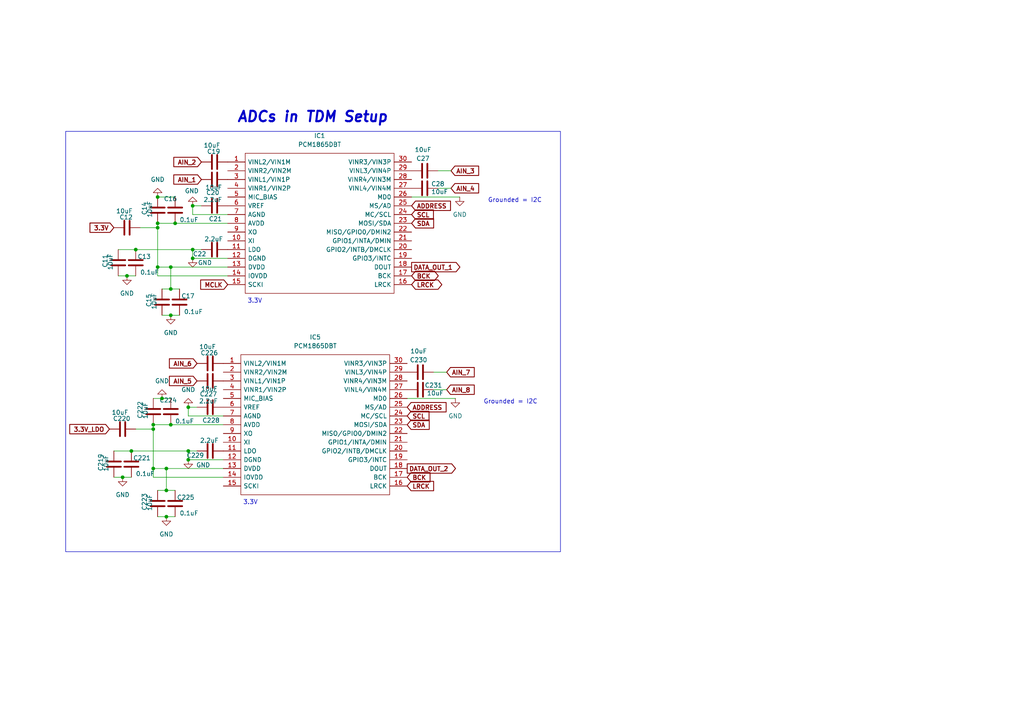
<source format=kicad_sch>
(kicad_sch
	(version 20231120)
	(generator "eeschema")
	(generator_version "8.0")
	(uuid "736b80ad-0b40-4628-ac75-845d5af6ec97")
	(paper "A4")
	(title_block
		(company "Michael Meyers")
	)
	(lib_symbols
		(symbol "Device:C"
			(pin_numbers hide)
			(pin_names
				(offset 0.254)
			)
			(exclude_from_sim no)
			(in_bom yes)
			(on_board yes)
			(property "Reference" "C"
				(at 0.635 2.54 0)
				(effects
					(font
						(size 1.27 1.27)
					)
					(justify left)
				)
			)
			(property "Value" "C"
				(at 0.635 -2.54 0)
				(effects
					(font
						(size 1.27 1.27)
					)
					(justify left)
				)
			)
			(property "Footprint" ""
				(at 0.9652 -3.81 0)
				(effects
					(font
						(size 1.27 1.27)
					)
					(hide yes)
				)
			)
			(property "Datasheet" "~"
				(at 0 0 0)
				(effects
					(font
						(size 1.27 1.27)
					)
					(hide yes)
				)
			)
			(property "Description" "Unpolarized capacitor"
				(at 0 0 0)
				(effects
					(font
						(size 1.27 1.27)
					)
					(hide yes)
				)
			)
			(property "ki_keywords" "cap capacitor"
				(at 0 0 0)
				(effects
					(font
						(size 1.27 1.27)
					)
					(hide yes)
				)
			)
			(property "ki_fp_filters" "C_*"
				(at 0 0 0)
				(effects
					(font
						(size 1.27 1.27)
					)
					(hide yes)
				)
			)
			(symbol "C_0_1"
				(polyline
					(pts
						(xy -2.032 -0.762) (xy 2.032 -0.762)
					)
					(stroke
						(width 0.508)
						(type default)
					)
					(fill
						(type none)
					)
				)
				(polyline
					(pts
						(xy -2.032 0.762) (xy 2.032 0.762)
					)
					(stroke
						(width 0.508)
						(type default)
					)
					(fill
						(type none)
					)
				)
			)
			(symbol "C_1_1"
				(pin passive line
					(at 0 3.81 270)
					(length 2.794)
					(name "~"
						(effects
							(font
								(size 1.27 1.27)
							)
						)
					)
					(number "1"
						(effects
							(font
								(size 1.27 1.27)
							)
						)
					)
				)
				(pin passive line
					(at 0 -3.81 90)
					(length 2.794)
					(name "~"
						(effects
							(font
								(size 1.27 1.27)
							)
						)
					)
					(number "2"
						(effects
							(font
								(size 1.27 1.27)
							)
						)
					)
				)
			)
		)
		(symbol "SamacSys_Parts:PCM1865DBT"
			(pin_names
				(offset 0.762)
			)
			(exclude_from_sim no)
			(in_bom yes)
			(on_board yes)
			(property "Reference" "IC"
				(at 49.53 7.62 0)
				(effects
					(font
						(size 1.27 1.27)
					)
					(justify left)
				)
			)
			(property "Value" "PCM1865DBT"
				(at 49.53 5.08 0)
				(effects
					(font
						(size 1.27 1.27)
					)
					(justify left)
				)
			)
			(property "Footprint" "SOP50P640X120-30N"
				(at 49.53 2.54 0)
				(effects
					(font
						(size 1.27 1.27)
					)
					(justify left)
					(hide yes)
				)
			)
			(property "Datasheet" "http://www.ti.com/lit/gpn/PCM1865"
				(at 49.53 0 0)
				(effects
					(font
						(size 1.27 1.27)
					)
					(justify left)
					(hide yes)
				)
			)
			(property "Description" "110dB 4-Channel Software-Controlled Audio ADC With Universal Front End"
				(at 0 0 0)
				(effects
					(font
						(size 1.27 1.27)
					)
					(hide yes)
				)
			)
			(property "Description_1" "110dB 4-Channel Software-Controlled Audio ADC With Universal Front End"
				(at 49.53 -2.54 0)
				(effects
					(font
						(size 1.27 1.27)
					)
					(justify left)
					(hide yes)
				)
			)
			(property "Height" "1.2"
				(at 49.53 -5.08 0)
				(effects
					(font
						(size 1.27 1.27)
					)
					(justify left)
					(hide yes)
				)
			)
			(property "Manufacturer_Name" "Texas Instruments"
				(at 49.53 -7.62 0)
				(effects
					(font
						(size 1.27 1.27)
					)
					(justify left)
					(hide yes)
				)
			)
			(property "Manufacturer_Part_Number" "PCM1865DBT"
				(at 49.53 -10.16 0)
				(effects
					(font
						(size 1.27 1.27)
					)
					(justify left)
					(hide yes)
				)
			)
			(property "Mouser Part Number" "595-PCM1865DBT"
				(at 49.53 -12.7 0)
				(effects
					(font
						(size 1.27 1.27)
					)
					(justify left)
					(hide yes)
				)
			)
			(property "Mouser Price/Stock" "https://www.mouser.co.uk/ProductDetail/Texas-Instruments/PCM1865DBT?qs=p08Uhw9w2Fxozgcazf2OFQ%3D%3D"
				(at 49.53 -15.24 0)
				(effects
					(font
						(size 1.27 1.27)
					)
					(justify left)
					(hide yes)
				)
			)
			(property "Arrow Part Number" "PCM1865DBT"
				(at 49.53 -17.78 0)
				(effects
					(font
						(size 1.27 1.27)
					)
					(justify left)
					(hide yes)
				)
			)
			(property "Arrow Price/Stock" "https://www.arrow.com/en/products/pcm1865dbt/texas-instruments?region=nac"
				(at 49.53 -20.32 0)
				(effects
					(font
						(size 1.27 1.27)
					)
					(justify left)
					(hide yes)
				)
			)
			(symbol "PCM1865DBT_0_0"
				(pin passive line
					(at 0 0 0)
					(length 5.08)
					(name "VINL2/VIN1M"
						(effects
							(font
								(size 1.27 1.27)
							)
						)
					)
					(number "1"
						(effects
							(font
								(size 1.27 1.27)
							)
						)
					)
				)
				(pin passive line
					(at 0 -22.86 0)
					(length 5.08)
					(name "XI"
						(effects
							(font
								(size 1.27 1.27)
							)
						)
					)
					(number "10"
						(effects
							(font
								(size 1.27 1.27)
							)
						)
					)
				)
				(pin passive line
					(at 0 -25.4 0)
					(length 5.08)
					(name "LDO"
						(effects
							(font
								(size 1.27 1.27)
							)
						)
					)
					(number "11"
						(effects
							(font
								(size 1.27 1.27)
							)
						)
					)
				)
				(pin passive line
					(at 0 -27.94 0)
					(length 5.08)
					(name "DGND"
						(effects
							(font
								(size 1.27 1.27)
							)
						)
					)
					(number "12"
						(effects
							(font
								(size 1.27 1.27)
							)
						)
					)
				)
				(pin passive line
					(at 0 -30.48 0)
					(length 5.08)
					(name "DVDD"
						(effects
							(font
								(size 1.27 1.27)
							)
						)
					)
					(number "13"
						(effects
							(font
								(size 1.27 1.27)
							)
						)
					)
				)
				(pin passive line
					(at 0 -33.02 0)
					(length 5.08)
					(name "IOVDD"
						(effects
							(font
								(size 1.27 1.27)
							)
						)
					)
					(number "14"
						(effects
							(font
								(size 1.27 1.27)
							)
						)
					)
				)
				(pin passive line
					(at 0 -35.56 0)
					(length 5.08)
					(name "SCKI"
						(effects
							(font
								(size 1.27 1.27)
							)
						)
					)
					(number "15"
						(effects
							(font
								(size 1.27 1.27)
							)
						)
					)
				)
				(pin passive line
					(at 53.34 -35.56 180)
					(length 5.08)
					(name "LRCK"
						(effects
							(font
								(size 1.27 1.27)
							)
						)
					)
					(number "16"
						(effects
							(font
								(size 1.27 1.27)
							)
						)
					)
				)
				(pin passive line
					(at 53.34 -33.02 180)
					(length 5.08)
					(name "BCK"
						(effects
							(font
								(size 1.27 1.27)
							)
						)
					)
					(number "17"
						(effects
							(font
								(size 1.27 1.27)
							)
						)
					)
				)
				(pin passive line
					(at 53.34 -30.48 180)
					(length 5.08)
					(name "DOUT"
						(effects
							(font
								(size 1.27 1.27)
							)
						)
					)
					(number "18"
						(effects
							(font
								(size 1.27 1.27)
							)
						)
					)
				)
				(pin passive line
					(at 53.34 -27.94 180)
					(length 5.08)
					(name "GPIO3/INTC"
						(effects
							(font
								(size 1.27 1.27)
							)
						)
					)
					(number "19"
						(effects
							(font
								(size 1.27 1.27)
							)
						)
					)
				)
				(pin passive line
					(at 0 -2.54 0)
					(length 5.08)
					(name "VINR2/VIN2M"
						(effects
							(font
								(size 1.27 1.27)
							)
						)
					)
					(number "2"
						(effects
							(font
								(size 1.27 1.27)
							)
						)
					)
				)
				(pin passive line
					(at 53.34 -25.4 180)
					(length 5.08)
					(name "GPIO2/INTB/DMCLK"
						(effects
							(font
								(size 1.27 1.27)
							)
						)
					)
					(number "20"
						(effects
							(font
								(size 1.27 1.27)
							)
						)
					)
				)
				(pin passive line
					(at 53.34 -22.86 180)
					(length 5.08)
					(name "GPIO1/INTA/DMIN"
						(effects
							(font
								(size 1.27 1.27)
							)
						)
					)
					(number "21"
						(effects
							(font
								(size 1.27 1.27)
							)
						)
					)
				)
				(pin passive line
					(at 53.34 -20.32 180)
					(length 5.08)
					(name "MISO/GPIO0/DMIN2"
						(effects
							(font
								(size 1.27 1.27)
							)
						)
					)
					(number "22"
						(effects
							(font
								(size 1.27 1.27)
							)
						)
					)
				)
				(pin passive line
					(at 53.34 -17.78 180)
					(length 5.08)
					(name "MOSI/SDA"
						(effects
							(font
								(size 1.27 1.27)
							)
						)
					)
					(number "23"
						(effects
							(font
								(size 1.27 1.27)
							)
						)
					)
				)
				(pin passive line
					(at 53.34 -15.24 180)
					(length 5.08)
					(name "MC/SCL"
						(effects
							(font
								(size 1.27 1.27)
							)
						)
					)
					(number "24"
						(effects
							(font
								(size 1.27 1.27)
							)
						)
					)
				)
				(pin passive line
					(at 53.34 -12.7 180)
					(length 5.08)
					(name "MS/AD"
						(effects
							(font
								(size 1.27 1.27)
							)
						)
					)
					(number "25"
						(effects
							(font
								(size 1.27 1.27)
							)
						)
					)
				)
				(pin passive line
					(at 53.34 -10.16 180)
					(length 5.08)
					(name "MD0"
						(effects
							(font
								(size 1.27 1.27)
							)
						)
					)
					(number "26"
						(effects
							(font
								(size 1.27 1.27)
							)
						)
					)
				)
				(pin passive line
					(at 53.34 -7.62 180)
					(length 5.08)
					(name "VINL4/VIN4M"
						(effects
							(font
								(size 1.27 1.27)
							)
						)
					)
					(number "27"
						(effects
							(font
								(size 1.27 1.27)
							)
						)
					)
				)
				(pin passive line
					(at 53.34 -5.08 180)
					(length 5.08)
					(name "VINR4/VIN3M"
						(effects
							(font
								(size 1.27 1.27)
							)
						)
					)
					(number "28"
						(effects
							(font
								(size 1.27 1.27)
							)
						)
					)
				)
				(pin passive line
					(at 53.34 -2.54 180)
					(length 5.08)
					(name "VINL3/VIN4P"
						(effects
							(font
								(size 1.27 1.27)
							)
						)
					)
					(number "29"
						(effects
							(font
								(size 1.27 1.27)
							)
						)
					)
				)
				(pin passive line
					(at 0 -5.08 0)
					(length 5.08)
					(name "VINL1/VIN1P"
						(effects
							(font
								(size 1.27 1.27)
							)
						)
					)
					(number "3"
						(effects
							(font
								(size 1.27 1.27)
							)
						)
					)
				)
				(pin passive line
					(at 53.34 0 180)
					(length 5.08)
					(name "VINR3/VIN3P"
						(effects
							(font
								(size 1.27 1.27)
							)
						)
					)
					(number "30"
						(effects
							(font
								(size 1.27 1.27)
							)
						)
					)
				)
				(pin passive line
					(at 0 -7.62 0)
					(length 5.08)
					(name "VINR1/VIN2P"
						(effects
							(font
								(size 1.27 1.27)
							)
						)
					)
					(number "4"
						(effects
							(font
								(size 1.27 1.27)
							)
						)
					)
				)
				(pin passive line
					(at 0 -10.16 0)
					(length 5.08)
					(name "MIC_BIAS"
						(effects
							(font
								(size 1.27 1.27)
							)
						)
					)
					(number "5"
						(effects
							(font
								(size 1.27 1.27)
							)
						)
					)
				)
				(pin passive line
					(at 0 -12.7 0)
					(length 5.08)
					(name "VREF"
						(effects
							(font
								(size 1.27 1.27)
							)
						)
					)
					(number "6"
						(effects
							(font
								(size 1.27 1.27)
							)
						)
					)
				)
				(pin passive line
					(at 0 -15.24 0)
					(length 5.08)
					(name "AGND"
						(effects
							(font
								(size 1.27 1.27)
							)
						)
					)
					(number "7"
						(effects
							(font
								(size 1.27 1.27)
							)
						)
					)
				)
				(pin passive line
					(at 0 -17.78 0)
					(length 5.08)
					(name "AVDD"
						(effects
							(font
								(size 1.27 1.27)
							)
						)
					)
					(number "8"
						(effects
							(font
								(size 1.27 1.27)
							)
						)
					)
				)
				(pin passive line
					(at 0 -20.32 0)
					(length 5.08)
					(name "XO"
						(effects
							(font
								(size 1.27 1.27)
							)
						)
					)
					(number "9"
						(effects
							(font
								(size 1.27 1.27)
							)
						)
					)
				)
			)
			(symbol "PCM1865DBT_0_1"
				(polyline
					(pts
						(xy 5.08 2.54) (xy 48.26 2.54) (xy 48.26 -38.1) (xy 5.08 -38.1) (xy 5.08 2.54)
					)
					(stroke
						(width 0.1524)
						(type solid)
					)
					(fill
						(type none)
					)
				)
			)
		)
		(symbol "power:GND"
			(power)
			(pin_numbers hide)
			(pin_names
				(offset 0) hide)
			(exclude_from_sim no)
			(in_bom yes)
			(on_board yes)
			(property "Reference" "#PWR"
				(at 0 -6.35 0)
				(effects
					(font
						(size 1.27 1.27)
					)
					(hide yes)
				)
			)
			(property "Value" "GND"
				(at 0 -3.81 0)
				(effects
					(font
						(size 1.27 1.27)
					)
				)
			)
			(property "Footprint" ""
				(at 0 0 0)
				(effects
					(font
						(size 1.27 1.27)
					)
					(hide yes)
				)
			)
			(property "Datasheet" ""
				(at 0 0 0)
				(effects
					(font
						(size 1.27 1.27)
					)
					(hide yes)
				)
			)
			(property "Description" "Power symbol creates a global label with name \"GND\" , ground"
				(at 0 0 0)
				(effects
					(font
						(size 1.27 1.27)
					)
					(hide yes)
				)
			)
			(property "ki_keywords" "global power"
				(at 0 0 0)
				(effects
					(font
						(size 1.27 1.27)
					)
					(hide yes)
				)
			)
			(symbol "GND_0_1"
				(polyline
					(pts
						(xy 0 0) (xy 0 -1.27) (xy 1.27 -1.27) (xy 0 -2.54) (xy -1.27 -1.27) (xy 0 -1.27)
					)
					(stroke
						(width 0)
						(type default)
					)
					(fill
						(type none)
					)
				)
			)
			(symbol "GND_1_1"
				(pin power_in line
					(at 0 0 270)
					(length 0)
					(name "~"
						(effects
							(font
								(size 1.27 1.27)
							)
						)
					)
					(number "1"
						(effects
							(font
								(size 1.27 1.27)
							)
						)
					)
				)
			)
		)
	)
	(junction
		(at 54.61 130.81)
		(diameter 0)
		(color 0 0 0 0)
		(uuid "0eb3862e-674a-4a6b-b9b9-5c3407ace7fe")
	)
	(junction
		(at 45.72 77.47)
		(diameter 0)
		(color 0 0 0 0)
		(uuid "10672449-d9de-42c7-b182-ca4f1bba25b9")
	)
	(junction
		(at 35.56 138.43)
		(diameter 0)
		(color 0 0 0 0)
		(uuid "163caf83-d63a-4a2e-90d1-5124627b68b2")
	)
	(junction
		(at 48.26 149.86)
		(diameter 0)
		(color 0 0 0 0)
		(uuid "1a1b5749-95a3-4937-ba0c-6d2ceb0c9a87")
	)
	(junction
		(at 38.1 130.81)
		(diameter 0)
		(color 0 0 0 0)
		(uuid "1d0414e3-4219-4368-9543-2c000e54785c")
	)
	(junction
		(at 55.88 74.93)
		(diameter 0)
		(color 0 0 0 0)
		(uuid "3039c491-8e98-4141-8b59-007521d0940a")
	)
	(junction
		(at 44.45 123.19)
		(diameter 0)
		(color 0 0 0 0)
		(uuid "365048ee-5fd9-4563-b46b-b7baa6dec6a2")
	)
	(junction
		(at 49.53 77.47)
		(diameter 0)
		(color 0 0 0 0)
		(uuid "3b89a7ff-28b7-45d6-affe-b59fd7919a55")
	)
	(junction
		(at 49.53 83.82)
		(diameter 0)
		(color 0 0 0 0)
		(uuid "494ac580-39ea-4b66-abff-99f57fe2472a")
	)
	(junction
		(at 46.99 115.57)
		(diameter 0)
		(color 0 0 0 0)
		(uuid "4f15e104-13a7-4a64-9701-d5de2df3c949")
	)
	(junction
		(at 48.26 135.89)
		(diameter 0)
		(color 0 0 0 0)
		(uuid "55bfb15c-df26-4c8a-a07b-3a0b68eb23c8")
	)
	(junction
		(at 48.26 142.24)
		(diameter 0)
		(color 0 0 0 0)
		(uuid "5e97274f-e72f-418b-94a2-8117ec7af53c")
	)
	(junction
		(at 55.88 59.69)
		(diameter 0)
		(color 0 0 0 0)
		(uuid "83adb027-a6b7-4545-915e-0422dc956bf2")
	)
	(junction
		(at 54.61 118.11)
		(diameter 0)
		(color 0 0 0 0)
		(uuid "98236875-1b3b-4581-bc96-5179f32b5f66")
	)
	(junction
		(at 45.72 64.77)
		(diameter 0)
		(color 0 0 0 0)
		(uuid "aaf4e352-018c-40ab-b01c-f07b075c3646")
	)
	(junction
		(at 49.53 91.44)
		(diameter 0)
		(color 0 0 0 0)
		(uuid "b070d325-43bd-4b67-aa34-fc5de5dfe5d5")
	)
	(junction
		(at 55.88 72.39)
		(diameter 0)
		(color 0 0 0 0)
		(uuid "b3a4734b-b9d8-4504-add3-89b93bfe5c52")
	)
	(junction
		(at 49.53 123.19)
		(diameter 0)
		(color 0 0 0 0)
		(uuid "c8b2044e-9dac-48d2-a38b-1402ed4aeedc")
	)
	(junction
		(at 36.83 80.01)
		(diameter 0)
		(color 0 0 0 0)
		(uuid "da9c0af6-27ad-4cb9-8283-3264340c7857")
	)
	(junction
		(at 39.37 72.39)
		(diameter 0)
		(color 0 0 0 0)
		(uuid "df161eda-7c94-4573-9664-5b45cd5bf0e9")
	)
	(junction
		(at 45.72 57.15)
		(diameter 0)
		(color 0 0 0 0)
		(uuid "e212d94e-2849-480e-8b74-dfe6f646c93b")
	)
	(junction
		(at 50.8 64.77)
		(diameter 0)
		(color 0 0 0 0)
		(uuid "ee6a2dd4-64d9-4d6d-8f44-88169bf19831")
	)
	(junction
		(at 45.72 66.04)
		(diameter 0)
		(color 0 0 0 0)
		(uuid "eea7414b-fe38-4aef-a8f6-e234057e0948")
	)
	(junction
		(at 54.61 133.35)
		(diameter 0)
		(color 0 0 0 0)
		(uuid "f1430cf8-629b-4b13-95fb-1af211339146")
	)
	(junction
		(at 44.45 124.46)
		(diameter 0)
		(color 0 0 0 0)
		(uuid "f8792884-11e1-4411-b99c-4873d1f67670")
	)
	(junction
		(at 44.45 135.89)
		(diameter 0)
		(color 0 0 0 0)
		(uuid "feba45bf-fceb-4311-ba77-ca51408e9a7e")
	)
	(wire
		(pts
			(xy 49.53 83.82) (xy 52.07 83.82)
		)
		(stroke
			(width 0)
			(type default)
		)
		(uuid "07958a3c-81ec-4d96-9037-8ab4e8221322")
	)
	(wire
		(pts
			(xy 38.1 130.81) (xy 54.61 130.81)
		)
		(stroke
			(width 0)
			(type default)
		)
		(uuid "090a982b-1e03-4986-86cd-c2ba7139907a")
	)
	(wire
		(pts
			(xy 54.61 130.81) (xy 57.15 130.81)
		)
		(stroke
			(width 0)
			(type default)
		)
		(uuid "0e429d04-ea2d-49c1-8c51-c38a667909da")
	)
	(wire
		(pts
			(xy 44.45 135.89) (xy 44.45 124.46)
		)
		(stroke
			(width 0)
			(type default)
		)
		(uuid "0fb2fcaa-62bc-4f9a-bf5c-51f8d6be33fe")
	)
	(wire
		(pts
			(xy 45.72 142.24) (xy 48.26 142.24)
		)
		(stroke
			(width 0)
			(type default)
		)
		(uuid "122ecf94-0368-4345-96df-9548ec92eca4")
	)
	(wire
		(pts
			(xy 49.53 77.47) (xy 49.53 83.82)
		)
		(stroke
			(width 0)
			(type default)
		)
		(uuid "13424dd4-cc61-4828-8067-80c4a1c648d3")
	)
	(wire
		(pts
			(xy 54.61 120.65) (xy 64.77 120.65)
		)
		(stroke
			(width 0)
			(type default)
		)
		(uuid "165c14c8-aaf0-41fd-9c51-dc7840ff5be2")
	)
	(wire
		(pts
			(xy 54.61 118.11) (xy 54.61 120.65)
		)
		(stroke
			(width 0)
			(type default)
		)
		(uuid "16d6ad03-3a1e-4a18-8399-4a5c1568ee91")
	)
	(wire
		(pts
			(xy 45.72 149.86) (xy 48.26 149.86)
		)
		(stroke
			(width 0)
			(type default)
		)
		(uuid "1a216e43-67ea-4420-9620-1da780325ce9")
	)
	(wire
		(pts
			(xy 33.02 138.43) (xy 35.56 138.43)
		)
		(stroke
			(width 0)
			(type default)
		)
		(uuid "1e2f4706-3a45-402c-8607-03286c038999")
	)
	(wire
		(pts
			(xy 49.53 77.47) (xy 45.72 77.47)
		)
		(stroke
			(width 0)
			(type default)
		)
		(uuid "2922db8c-32a2-4980-ab55-9e84500594af")
	)
	(wire
		(pts
			(xy 130.81 54.61) (xy 127 54.61)
		)
		(stroke
			(width 0)
			(type default)
		)
		(uuid "2c513ab2-6958-41ca-a9d7-5e346721ab3f")
	)
	(wire
		(pts
			(xy 48.26 135.89) (xy 44.45 135.89)
		)
		(stroke
			(width 0)
			(type default)
		)
		(uuid "35442c82-91e5-4c62-9dcd-6eb9a4caca8b")
	)
	(wire
		(pts
			(xy 34.29 72.39) (xy 39.37 72.39)
		)
		(stroke
			(width 0)
			(type default)
		)
		(uuid "395e7758-9b02-47c6-9d18-eb984c1396f4")
	)
	(wire
		(pts
			(xy 45.72 77.47) (xy 45.72 66.04)
		)
		(stroke
			(width 0)
			(type default)
		)
		(uuid "403a6050-7494-4fab-bcaa-fa4e9ea9929f")
	)
	(wire
		(pts
			(xy 46.99 83.82) (xy 49.53 83.82)
		)
		(stroke
			(width 0)
			(type default)
		)
		(uuid "4177f8c0-4de8-456f-9faf-398482309f19")
	)
	(wire
		(pts
			(xy 49.53 91.44) (xy 52.07 91.44)
		)
		(stroke
			(width 0)
			(type default)
		)
		(uuid "433bb0d3-dcbb-4ca4-b8bb-2904b91f079d")
	)
	(wire
		(pts
			(xy 50.8 64.77) (xy 45.72 64.77)
		)
		(stroke
			(width 0)
			(type default)
		)
		(uuid "4897f1fb-b744-4151-8a8f-470f8e6ec5c2")
	)
	(wire
		(pts
			(xy 118.11 115.57) (xy 132.08 115.57)
		)
		(stroke
			(width 0)
			(type default)
		)
		(uuid "4cc7202b-b51a-46e3-9b85-d77d777afdae")
	)
	(wire
		(pts
			(xy 46.99 115.57) (xy 49.53 115.57)
		)
		(stroke
			(width 0)
			(type default)
		)
		(uuid "51db1809-4c3f-4081-8bc9-1d8fcea091b2")
	)
	(wire
		(pts
			(xy 36.83 80.01) (xy 39.37 80.01)
		)
		(stroke
			(width 0)
			(type default)
		)
		(uuid "5604099d-006e-4b9c-9bda-afb0d47eddee")
	)
	(wire
		(pts
			(xy 45.72 57.15) (xy 50.8 57.15)
		)
		(stroke
			(width 0)
			(type default)
		)
		(uuid "5df9b8fe-d9c7-46cd-bfe2-17e64c5f936c")
	)
	(wire
		(pts
			(xy 34.29 80.01) (xy 36.83 80.01)
		)
		(stroke
			(width 0)
			(type default)
		)
		(uuid "5f4212a9-6f9a-4633-b074-4540aba5950f")
	)
	(wire
		(pts
			(xy 46.99 91.44) (xy 49.53 91.44)
		)
		(stroke
			(width 0)
			(type default)
		)
		(uuid "6b8ca97c-7ea3-4c58-8839-665b9cbb02eb")
	)
	(wire
		(pts
			(xy 66.04 74.93) (xy 55.88 74.93)
		)
		(stroke
			(width 0)
			(type default)
		)
		(uuid "6e2f44c9-65ef-47c2-92ee-de5514703ecf")
	)
	(wire
		(pts
			(xy 55.88 59.69) (xy 55.88 62.23)
		)
		(stroke
			(width 0)
			(type default)
		)
		(uuid "70f6750f-ba85-4561-a3bb-9d301300173d")
	)
	(wire
		(pts
			(xy 44.45 115.57) (xy 46.99 115.57)
		)
		(stroke
			(width 0)
			(type default)
		)
		(uuid "762c2755-5297-417e-8763-3db8eb021e23")
	)
	(wire
		(pts
			(xy 44.45 138.43) (xy 44.45 135.89)
		)
		(stroke
			(width 0)
			(type default)
		)
		(uuid "77698277-be48-4689-8ce8-14c20dc7c1ef")
	)
	(wire
		(pts
			(xy 57.15 118.11) (xy 54.61 118.11)
		)
		(stroke
			(width 0)
			(type default)
		)
		(uuid "7a371b8c-e851-45fb-bc6c-1b46e26cd89a")
	)
	(wire
		(pts
			(xy 35.56 138.43) (xy 38.1 138.43)
		)
		(stroke
			(width 0)
			(type default)
		)
		(uuid "7d69fe7a-1dc8-4a78-9ad6-ca6f43fd599c")
	)
	(wire
		(pts
			(xy 129.54 113.03) (xy 125.73 113.03)
		)
		(stroke
			(width 0)
			(type default)
		)
		(uuid "8119af1d-4bbe-4afa-be08-e3ca9f480b40")
	)
	(wire
		(pts
			(xy 64.77 123.19) (xy 49.53 123.19)
		)
		(stroke
			(width 0)
			(type default)
		)
		(uuid "843e51bb-f8ba-49f5-9810-87b5ebb955a7")
	)
	(wire
		(pts
			(xy 64.77 133.35) (xy 54.61 133.35)
		)
		(stroke
			(width 0)
			(type default)
		)
		(uuid "8d679cb6-4fd8-424a-bf91-77a8b85ff220")
	)
	(wire
		(pts
			(xy 45.72 80.01) (xy 45.72 77.47)
		)
		(stroke
			(width 0)
			(type default)
		)
		(uuid "9178d206-50c1-4eca-8460-50ba18e40f8a")
	)
	(wire
		(pts
			(xy 48.26 142.24) (xy 50.8 142.24)
		)
		(stroke
			(width 0)
			(type default)
		)
		(uuid "9985efaf-0c93-468b-9ebc-9f61ab006430")
	)
	(wire
		(pts
			(xy 55.88 72.39) (xy 55.88 74.93)
		)
		(stroke
			(width 0)
			(type default)
		)
		(uuid "9a16ea3b-6b84-4668-b478-b129ceff8510")
	)
	(wire
		(pts
			(xy 55.88 72.39) (xy 58.42 72.39)
		)
		(stroke
			(width 0)
			(type default)
		)
		(uuid "9b7aa955-5d6b-42d4-aea3-4a0339e38e8a")
	)
	(wire
		(pts
			(xy 66.04 77.47) (xy 49.53 77.47)
		)
		(stroke
			(width 0)
			(type default)
		)
		(uuid "a071a428-211b-41d0-998a-8570a6186d6d")
	)
	(wire
		(pts
			(xy 119.38 57.15) (xy 133.35 57.15)
		)
		(stroke
			(width 0)
			(type default)
		)
		(uuid "a8859111-7826-42ea-b994-53a5b72eb06d")
	)
	(wire
		(pts
			(xy 64.77 135.89) (xy 48.26 135.89)
		)
		(stroke
			(width 0)
			(type default)
		)
		(uuid "ad6f3745-8463-4bca-85bc-476415bca5e3")
	)
	(wire
		(pts
			(xy 66.04 64.77) (xy 50.8 64.77)
		)
		(stroke
			(width 0)
			(type default)
		)
		(uuid "b161d9e4-3a60-469f-98bd-e46f226b46f6")
	)
	(wire
		(pts
			(xy 49.53 123.19) (xy 44.45 123.19)
		)
		(stroke
			(width 0)
			(type default)
		)
		(uuid "bae6aef3-bcdf-41ea-bd64-7f77f4eb3335")
	)
	(wire
		(pts
			(xy 130.81 49.53) (xy 127 49.53)
		)
		(stroke
			(width 0)
			(type default)
		)
		(uuid "c1022650-8153-4173-a85e-e3c4ae0e9ec5")
	)
	(wire
		(pts
			(xy 55.88 62.23) (xy 66.04 62.23)
		)
		(stroke
			(width 0)
			(type default)
		)
		(uuid "c424dd93-13d4-46af-85e6-2844c6419c0c")
	)
	(wire
		(pts
			(xy 48.26 149.86) (xy 50.8 149.86)
		)
		(stroke
			(width 0)
			(type default)
		)
		(uuid "c47bc429-3e7b-4e00-88d3-84c680132475")
	)
	(wire
		(pts
			(xy 58.42 59.69) (xy 55.88 59.69)
		)
		(stroke
			(width 0)
			(type default)
		)
		(uuid "c8b5e1b0-292c-43d6-95dd-9267b5645595")
	)
	(wire
		(pts
			(xy 40.64 66.04) (xy 45.72 66.04)
		)
		(stroke
			(width 0)
			(type default)
		)
		(uuid "d4f1b74c-ffe3-4831-9cc0-7f742a9e96c3")
	)
	(wire
		(pts
			(xy 39.37 72.39) (xy 55.88 72.39)
		)
		(stroke
			(width 0)
			(type default)
		)
		(uuid "dcb1b42f-7b75-4a2b-93cb-53cc3d25f4a9")
	)
	(wire
		(pts
			(xy 54.61 130.81) (xy 54.61 133.35)
		)
		(stroke
			(width 0)
			(type default)
		)
		(uuid "dd9933cb-06c0-456b-a7e8-1786b1a5061a")
	)
	(wire
		(pts
			(xy 44.45 123.19) (xy 44.45 124.46)
		)
		(stroke
			(width 0)
			(type default)
		)
		(uuid "ddc5aacb-587f-4b77-b65d-5d8fb79d7862")
	)
	(wire
		(pts
			(xy 45.72 64.77) (xy 45.72 66.04)
		)
		(stroke
			(width 0)
			(type default)
		)
		(uuid "e0467e0d-e2cc-40cc-aa1e-591df15408ce")
	)
	(wire
		(pts
			(xy 64.77 138.43) (xy 44.45 138.43)
		)
		(stroke
			(width 0)
			(type default)
		)
		(uuid "e2f0f8f6-2687-45da-b175-f8a40d737ad2")
	)
	(wire
		(pts
			(xy 129.54 107.95) (xy 125.73 107.95)
		)
		(stroke
			(width 0)
			(type default)
		)
		(uuid "eb3f05c4-cf8d-4078-a804-f78fb225cb85")
	)
	(wire
		(pts
			(xy 39.37 124.46) (xy 44.45 124.46)
		)
		(stroke
			(width 0)
			(type default)
		)
		(uuid "f509c116-08c4-4f1f-a454-8e7f3bace2ff")
	)
	(wire
		(pts
			(xy 48.26 135.89) (xy 48.26 142.24)
		)
		(stroke
			(width 0)
			(type default)
		)
		(uuid "f6fab95b-60f8-46f3-b820-05ecdabcb884")
	)
	(wire
		(pts
			(xy 33.02 130.81) (xy 38.1 130.81)
		)
		(stroke
			(width 0)
			(type default)
		)
		(uuid "fc16a61c-1dbe-4e49-b227-40d2888cb1eb")
	)
	(wire
		(pts
			(xy 66.04 80.01) (xy 45.72 80.01)
		)
		(stroke
			(width 0)
			(type default)
		)
		(uuid "fdf85b41-162a-4f9f-9682-f56b180fbe1c")
	)
	(rectangle
		(start 19.05 38.1)
		(end 162.56 160.02)
		(stroke
			(width 0)
			(type default)
		)
		(fill
			(type none)
		)
		(uuid 20dd4a77-df24-4293-b06f-29444658b9da)
	)
	(text "3.3V"
		(exclude_from_sim no)
		(at 72.644 145.796 0)
		(effects
			(font
				(size 1.27 1.27)
			)
		)
		(uuid "3528ed52-cecc-4f0b-a5d7-2f31b3d28a72")
	)
	(text "3.3V"
		(exclude_from_sim no)
		(at 73.914 87.376 0)
		(effects
			(font
				(size 1.27 1.27)
			)
		)
		(uuid "65e1d365-4cb8-4de7-bc0e-c0c0f317596a")
	)
	(text "Grounded = I2C\n"
		(exclude_from_sim no)
		(at 149.352 58.166 0)
		(effects
			(font
				(size 1.27 1.27)
			)
		)
		(uuid "7717dec5-adf7-4bbf-ba13-69bc0b8230e5")
	)
	(text "Grounded = I2C\n"
		(exclude_from_sim no)
		(at 148.082 116.586 0)
		(effects
			(font
				(size 1.27 1.27)
			)
		)
		(uuid "8f14ca7a-c0ae-4500-ad4d-c39f25f4ad26")
	)
	(text "ADCs in TDM Setup"
		(exclude_from_sim no)
		(at 90.678 34.036 0)
		(effects
			(font
				(size 3 3)
				(thickness 0.6)
				(bold yes)
				(italic yes)
			)
		)
		(uuid "e3168b3b-9c89-49fc-97e6-3679ec497738")
	)
	(global_label "SDA"
		(shape input)
		(at 119.38 64.77 0)
		(fields_autoplaced yes)
		(effects
			(font
				(size 1.27 1.27)
				(bold yes)
			)
			(justify left)
		)
		(uuid "0f302652-6fd0-4a04-a453-abec00689350")
		(property "Intersheetrefs" "${INTERSHEET_REFS}"
			(at 126.4093 64.77 0)
			(effects
				(font
					(size 1.27 1.27)
				)
				(justify left)
				(hide yes)
			)
		)
	)
	(global_label "BCK"
		(shape bidirectional)
		(at 119.38 80.01 0)
		(fields_autoplaced yes)
		(effects
			(font
				(size 1.27 1.27)
				(bold yes)
			)
			(justify left)
		)
		(uuid "113c86f9-d303-4b99-8b03-2f901115ae8b")
		(property "Intersheetrefs" "${INTERSHEET_REFS}"
			(at 127.7625 80.01 0)
			(effects
				(font
					(size 1.27 1.27)
				)
				(justify left)
				(hide yes)
			)
		)
	)
	(global_label "AIN_3"
		(shape input)
		(at 130.81 49.53 0)
		(fields_autoplaced yes)
		(effects
			(font
				(size 1.27 1.27)
				(bold yes)
			)
			(justify left)
		)
		(uuid "1b452269-3e4c-47d2-b7fd-e69274d78185")
		(property "Intersheetrefs" "${INTERSHEET_REFS}"
			(at 139.4722 49.53 0)
			(effects
				(font
					(size 1.27 1.27)
				)
				(justify left)
				(hide yes)
			)
		)
	)
	(global_label "3.3V_LDO"
		(shape input)
		(at 31.75 124.46 180)
		(fields_autoplaced yes)
		(effects
			(font
				(size 1.27 1.27)
				(bold yes)
			)
			(justify right)
		)
		(uuid "1dbe2312-a661-4cd3-b955-050cfedf47aa")
		(property "Intersheetrefs" "${INTERSHEET_REFS}"
			(at 19.5802 124.46 0)
			(effects
				(font
					(size 1.27 1.27)
				)
				(justify right)
				(hide yes)
			)
		)
	)
	(global_label "AIN_1"
		(shape input)
		(at 58.42 52.07 180)
		(fields_autoplaced yes)
		(effects
			(font
				(size 1.27 1.27)
				(bold yes)
			)
			(justify right)
		)
		(uuid "2ee213f7-8465-45df-899e-c6ebca261747")
		(property "Intersheetrefs" "${INTERSHEET_REFS}"
			(at 49.7578 52.07 0)
			(effects
				(font
					(size 1.27 1.27)
				)
				(justify right)
				(hide yes)
			)
		)
	)
	(global_label "SCL"
		(shape input)
		(at 118.11 120.65 0)
		(fields_autoplaced yes)
		(effects
			(font
				(size 1.27 1.27)
				(bold yes)
			)
			(justify left)
		)
		(uuid "42db4172-eae6-4159-83f4-811b5e831673")
		(property "Intersheetrefs" "${INTERSHEET_REFS}"
			(at 125.0788 120.65 0)
			(effects
				(font
					(size 1.27 1.27)
				)
				(justify left)
				(hide yes)
			)
		)
	)
	(global_label "MCLK"
		(shape input)
		(at 66.04 82.55 180)
		(fields_autoplaced yes)
		(effects
			(font
				(size 1.27 1.27)
				(bold yes)
			)
			(justify right)
		)
		(uuid "49f5a2dd-c242-4a66-b55c-ff68c4a43471")
		(property "Intersheetrefs" "${INTERSHEET_REFS}"
			(at 57.5593 82.55 0)
			(effects
				(font
					(size 1.27 1.27)
				)
				(justify right)
				(hide yes)
			)
		)
	)
	(global_label "LRCK"
		(shape bidirectional)
		(at 119.38 82.55 0)
		(fields_autoplaced yes)
		(effects
			(font
				(size 1.27 1.27)
				(bold yes)
			)
			(justify left)
		)
		(uuid "4f5cec80-89f9-4142-b956-18bfd03facbc")
		(property "Intersheetrefs" "${INTERSHEET_REFS}"
			(at 128.7906 82.55 0)
			(effects
				(font
					(size 1.27 1.27)
				)
				(justify left)
				(hide yes)
			)
		)
	)
	(global_label "LRCK"
		(shape input)
		(at 118.11 140.97 0)
		(fields_autoplaced yes)
		(effects
			(font
				(size 1.27 1.27)
				(bold yes)
			)
			(justify left)
		)
		(uuid "6326d737-bea2-4063-9b78-24152257b1dd")
		(property "Intersheetrefs" "${INTERSHEET_REFS}"
			(at 126.4093 140.97 0)
			(effects
				(font
					(size 1.27 1.27)
				)
				(justify left)
				(hide yes)
			)
		)
	)
	(global_label "ADDRESS"
		(shape input)
		(at 119.38 59.69 0)
		(fields_autoplaced yes)
		(effects
			(font
				(size 1.27 1.27)
				(bold yes)
			)
			(justify left)
		)
		(uuid "79620ded-b1e4-4fd7-82bc-ab40d00e27cd")
		(property "Intersheetrefs" "${INTERSHEET_REFS}"
			(at 131.3078 59.69 0)
			(effects
				(font
					(size 1.27 1.27)
				)
				(justify left)
				(hide yes)
			)
		)
	)
	(global_label "AIN_2"
		(shape input)
		(at 58.42 46.99 180)
		(fields_autoplaced yes)
		(effects
			(font
				(size 1.27 1.27)
				(bold yes)
			)
			(justify right)
		)
		(uuid "81faf460-0458-4176-987f-0a66709c212a")
		(property "Intersheetrefs" "${INTERSHEET_REFS}"
			(at 49.7578 46.99 0)
			(effects
				(font
					(size 1.27 1.27)
				)
				(justify right)
				(hide yes)
			)
		)
	)
	(global_label "AIN_8"
		(shape input)
		(at 129.54 113.03 0)
		(fields_autoplaced yes)
		(effects
			(font
				(size 1.27 1.27)
				(bold yes)
			)
			(justify left)
		)
		(uuid "82508864-2daa-4bbb-a851-d9725534e478")
		(property "Intersheetrefs" "${INTERSHEET_REFS}"
			(at 138.2022 113.03 0)
			(effects
				(font
					(size 1.27 1.27)
				)
				(justify left)
				(hide yes)
			)
		)
	)
	(global_label "DATA_OUT_1"
		(shape output)
		(at 119.38 77.47 0)
		(fields_autoplaced yes)
		(effects
			(font
				(size 1.27 1.27)
				(bold yes)
			)
			(justify left)
		)
		(uuid "84f99a32-e4be-47dd-b08e-decf46975ed3")
		(property "Intersheetrefs" "${INTERSHEET_REFS}"
			(at 134.0293 77.47 0)
			(effects
				(font
					(size 1.27 1.27)
				)
				(justify left)
				(hide yes)
			)
		)
	)
	(global_label "3.3V"
		(shape input)
		(at 33.02 66.04 180)
		(fields_autoplaced yes)
		(effects
			(font
				(size 1.27 1.27)
				(bold yes)
			)
			(justify right)
		)
		(uuid "9afade1e-ad9f-460c-8cbd-9da74a18b7bd")
		(property "Intersheetrefs" "${INTERSHEET_REFS}"
			(at 25.4464 66.04 0)
			(effects
				(font
					(size 1.27 1.27)
				)
				(justify right)
				(hide yes)
			)
		)
	)
	(global_label "AIN_7"
		(shape input)
		(at 129.54 107.95 0)
		(fields_autoplaced yes)
		(effects
			(font
				(size 1.27 1.27)
				(bold yes)
			)
			(justify left)
		)
		(uuid "9b0bb33b-e346-45a8-a23d-c41f40390827")
		(property "Intersheetrefs" "${INTERSHEET_REFS}"
			(at 138.2022 107.95 0)
			(effects
				(font
					(size 1.27 1.27)
				)
				(justify left)
				(hide yes)
			)
		)
	)
	(global_label "ADDRESS"
		(shape input)
		(at 118.11 118.11 0)
		(fields_autoplaced yes)
		(effects
			(font
				(size 1.27 1.27)
				(bold yes)
			)
			(justify left)
		)
		(uuid "9f89f1d5-680d-4019-a154-44cae70028ba")
		(property "Intersheetrefs" "${INTERSHEET_REFS}"
			(at 130.0378 118.11 0)
			(effects
				(font
					(size 1.27 1.27)
				)
				(justify left)
				(hide yes)
			)
		)
	)
	(global_label "AIN_6"
		(shape input)
		(at 57.15 105.41 180)
		(fields_autoplaced yes)
		(effects
			(font
				(size 1.27 1.27)
				(bold yes)
			)
			(justify right)
		)
		(uuid "a59b1659-c808-49f7-918d-37aac7d09dba")
		(property "Intersheetrefs" "${INTERSHEET_REFS}"
			(at 48.4878 105.41 0)
			(effects
				(font
					(size 1.27 1.27)
				)
				(justify right)
				(hide yes)
			)
		)
	)
	(global_label "SCL"
		(shape input)
		(at 119.38 62.23 0)
		(fields_autoplaced yes)
		(effects
			(font
				(size 1.27 1.27)
				(bold yes)
			)
			(justify left)
		)
		(uuid "afe59938-db7d-4875-9bb9-43820d9fbd02")
		(property "Intersheetrefs" "${INTERSHEET_REFS}"
			(at 126.3488 62.23 0)
			(effects
				(font
					(size 1.27 1.27)
				)
				(justify left)
				(hide yes)
			)
		)
	)
	(global_label "SDA"
		(shape input)
		(at 118.11 123.19 0)
		(fields_autoplaced yes)
		(effects
			(font
				(size 1.27 1.27)
				(bold yes)
			)
			(justify left)
		)
		(uuid "b24e488f-d9cc-4e10-b69d-1eb66d0f25fc")
		(property "Intersheetrefs" "${INTERSHEET_REFS}"
			(at 125.1393 123.19 0)
			(effects
				(font
					(size 1.27 1.27)
				)
				(justify left)
				(hide yes)
			)
		)
	)
	(global_label "BCK"
		(shape input)
		(at 118.11 138.43 0)
		(fields_autoplaced yes)
		(effects
			(font
				(size 1.27 1.27)
				(bold yes)
			)
			(justify left)
		)
		(uuid "bfc70f35-4d19-439b-a244-d2944da45682")
		(property "Intersheetrefs" "${INTERSHEET_REFS}"
			(at 125.3812 138.43 0)
			(effects
				(font
					(size 1.27 1.27)
				)
				(justify left)
				(hide yes)
			)
		)
	)
	(global_label "AIN_4"
		(shape input)
		(at 130.81 54.61 0)
		(fields_autoplaced yes)
		(effects
			(font
				(size 1.27 1.27)
				(bold yes)
			)
			(justify left)
		)
		(uuid "d1e54da8-f850-41d4-85ce-6d2550fda730")
		(property "Intersheetrefs" "${INTERSHEET_REFS}"
			(at 139.4722 54.61 0)
			(effects
				(font
					(size 1.27 1.27)
				)
				(justify left)
				(hide yes)
			)
		)
	)
	(global_label "AIN_5"
		(shape input)
		(at 57.15 110.49 180)
		(fields_autoplaced yes)
		(effects
			(font
				(size 1.27 1.27)
				(bold yes)
			)
			(justify right)
		)
		(uuid "ee09042d-7b41-4cd9-b7b6-73087f1c868f")
		(property "Intersheetrefs" "${INTERSHEET_REFS}"
			(at 48.4878 110.49 0)
			(effects
				(font
					(size 1.27 1.27)
				)
				(justify right)
				(hide yes)
			)
		)
	)
	(global_label "DATA_OUT_2"
		(shape output)
		(at 118.11 135.89 0)
		(fields_autoplaced yes)
		(effects
			(font
				(size 1.27 1.27)
				(bold yes)
			)
			(justify left)
		)
		(uuid "fe8635d9-5c0e-44bc-aaf8-883a469f7092")
		(property "Intersheetrefs" "${INTERSHEET_REFS}"
			(at 132.7593 135.89 0)
			(effects
				(font
					(size 1.27 1.27)
				)
				(justify left)
				(hide yes)
			)
		)
	)
	(symbol
		(lib_id "Device:C")
		(at 50.8 60.96 0)
		(unit 1)
		(exclude_from_sim no)
		(in_bom yes)
		(on_board no)
		(dnp no)
		(uuid "00f25ce0-4667-48f9-b41d-f8bc8360d963")
		(property "Reference" "C16"
			(at 47.498 57.658 0)
			(effects
				(font
					(size 1.27 1.27)
				)
				(justify left)
			)
		)
		(property "Value" "0.1uF"
			(at 52.07 63.754 0)
			(effects
				(font
					(size 1.27 1.27)
				)
				(justify left)
			)
		)
		(property "Footprint" "Capacitor_SMD:C_0805_2012Metric"
			(at 51.7652 64.77 0)
			(effects
				(font
					(size 1.27 1.27)
				)
				(hide yes)
			)
		)
		(property "Datasheet" "~"
			(at 50.8 60.96 0)
			(effects
				(font
					(size 1.27 1.27)
				)
				(hide yes)
			)
		)
		(property "Description" "Unpolarized capacitor"
			(at 50.8 60.96 0)
			(effects
				(font
					(size 1.27 1.27)
				)
				(hide yes)
			)
		)
		(pin "1"
			(uuid "713bf632-f00d-40ff-beb7-6c91e81b3078")
		)
		(pin "2"
			(uuid "d1c8177e-7c59-4647-8a05-263834b5811b")
		)
		(instances
			(project "Power_Supplies"
				(path "/5266cf9e-da90-4c53-80fd-cf3dbed42632/8f3dd01b-e3ea-4f9d-9f95-d4c91dcdbd45"
					(reference "C16")
					(unit 1)
				)
			)
		)
	)
	(symbol
		(lib_id "Device:C")
		(at 35.56 124.46 90)
		(unit 1)
		(exclude_from_sim no)
		(in_bom yes)
		(on_board no)
		(dnp no)
		(uuid "052fedf7-5483-432c-894e-4b7d40fdc98a")
		(property "Reference" "C220"
			(at 35.306 121.412 90)
			(effects
				(font
					(size 1.27 1.27)
				)
			)
		)
		(property "Value" "10uF"
			(at 34.798 119.634 90)
			(effects
				(font
					(size 1.27 1.27)
				)
			)
		)
		(property "Footprint" "Capacitor_SMD:C_0805_2012Metric"
			(at 39.37 123.4948 0)
			(effects
				(font
					(size 1.27 1.27)
				)
				(hide yes)
			)
		)
		(property "Datasheet" "~"
			(at 35.56 124.46 0)
			(effects
				(font
					(size 1.27 1.27)
				)
				(hide yes)
			)
		)
		(property "Description" "Unpolarized capacitor"
			(at 35.56 124.46 0)
			(effects
				(font
					(size 1.27 1.27)
				)
				(hide yes)
			)
		)
		(pin "1"
			(uuid "06c4ef9a-ff50-4fe2-a7d2-ae1a51d8ce8d")
		)
		(pin "2"
			(uuid "acb48143-f98e-4a29-9b86-690824aa7bdc")
		)
		(instances
			(project "Power_Supplies"
				(path "/5266cf9e-da90-4c53-80fd-cf3dbed42632/8f3dd01b-e3ea-4f9d-9f95-d4c91dcdbd45"
					(reference "C220")
					(unit 1)
				)
			)
		)
	)
	(symbol
		(lib_id "Device:C")
		(at 50.8 146.05 0)
		(unit 1)
		(exclude_from_sim no)
		(in_bom yes)
		(on_board no)
		(dnp no)
		(uuid "054da631-eb54-4555-8114-fe6048440bef")
		(property "Reference" "C225"
			(at 51.308 144.272 0)
			(effects
				(font
					(size 1.27 1.27)
				)
				(justify left)
			)
		)
		(property "Value" "0.1uF"
			(at 52.07 148.844 0)
			(effects
				(font
					(size 1.27 1.27)
				)
				(justify left)
			)
		)
		(property "Footprint" "Capacitor_SMD:C_0805_2012Metric"
			(at 51.7652 149.86 0)
			(effects
				(font
					(size 1.27 1.27)
				)
				(hide yes)
			)
		)
		(property "Datasheet" "~"
			(at 50.8 146.05 0)
			(effects
				(font
					(size 1.27 1.27)
				)
				(hide yes)
			)
		)
		(property "Description" "Unpolarized capacitor"
			(at 50.8 146.05 0)
			(effects
				(font
					(size 1.27 1.27)
				)
				(hide yes)
			)
		)
		(pin "1"
			(uuid "584c600a-e7e9-4749-8cb4-f39145d7fe88")
		)
		(pin "2"
			(uuid "22f8e7a3-fa9d-4bd7-bbad-1379492a17e8")
		)
		(instances
			(project "Power_Supplies"
				(path "/5266cf9e-da90-4c53-80fd-cf3dbed42632/8f3dd01b-e3ea-4f9d-9f95-d4c91dcdbd45"
					(reference "C225")
					(unit 1)
				)
			)
		)
	)
	(symbol
		(lib_id "Device:C")
		(at 38.1 134.62 0)
		(unit 1)
		(exclude_from_sim no)
		(in_bom yes)
		(on_board no)
		(dnp no)
		(uuid "0924ada2-511c-41f9-b615-94a2a28490f4")
		(property "Reference" "C221"
			(at 38.608 132.842 0)
			(effects
				(font
					(size 1.27 1.27)
				)
				(justify left)
			)
		)
		(property "Value" "0.1uF"
			(at 39.37 137.414 0)
			(effects
				(font
					(size 1.27 1.27)
				)
				(justify left)
			)
		)
		(property "Footprint" "Capacitor_SMD:C_0805_2012Metric"
			(at 39.0652 138.43 0)
			(effects
				(font
					(size 1.27 1.27)
				)
				(hide yes)
			)
		)
		(property "Datasheet" "~"
			(at 38.1 134.62 0)
			(effects
				(font
					(size 1.27 1.27)
				)
				(hide yes)
			)
		)
		(property "Description" "Unpolarized capacitor"
			(at 38.1 134.62 0)
			(effects
				(font
					(size 1.27 1.27)
				)
				(hide yes)
			)
		)
		(pin "1"
			(uuid "7d78fa58-fd40-473b-ba4e-60df1c5224d2")
		)
		(pin "2"
			(uuid "eeb586a6-3611-4887-86ee-f98fbfd4efdf")
		)
		(instances
			(project "Power_Supplies"
				(path "/5266cf9e-da90-4c53-80fd-cf3dbed42632/8f3dd01b-e3ea-4f9d-9f95-d4c91dcdbd45"
					(reference "C221")
					(unit 1)
				)
			)
		)
	)
	(symbol
		(lib_id "Device:C")
		(at 62.23 72.39 90)
		(unit 1)
		(exclude_from_sim no)
		(in_bom yes)
		(on_board no)
		(dnp no)
		(uuid "0b4bcdf5-883c-4c03-971d-3c6fb317b59c")
		(property "Reference" "C22"
			(at 57.912 73.66 90)
			(effects
				(font
					(size 1.27 1.27)
				)
			)
		)
		(property "Value" "2.2uF"
			(at 61.976 69.342 90)
			(effects
				(font
					(size 1.27 1.27)
				)
			)
		)
		(property "Footprint" "Capacitor_SMD:C_0805_2012Metric"
			(at 66.04 71.4248 0)
			(effects
				(font
					(size 1.27 1.27)
				)
				(hide yes)
			)
		)
		(property "Datasheet" "~"
			(at 62.23 72.39 0)
			(effects
				(font
					(size 1.27 1.27)
				)
				(hide yes)
			)
		)
		(property "Description" "Unpolarized capacitor"
			(at 62.23 72.39 0)
			(effects
				(font
					(size 1.27 1.27)
				)
				(hide yes)
			)
		)
		(pin "1"
			(uuid "16297050-3b53-419a-88a2-84a1e202fe03")
		)
		(pin "2"
			(uuid "50ffe6c5-fe22-47f4-ad10-7384ead9b005")
		)
		(instances
			(project "Power_Supplies"
				(path "/5266cf9e-da90-4c53-80fd-cf3dbed42632/8f3dd01b-e3ea-4f9d-9f95-d4c91dcdbd45"
					(reference "C22")
					(unit 1)
				)
			)
		)
	)
	(symbol
		(lib_id "power:GND")
		(at 36.83 80.01 0)
		(unit 1)
		(exclude_from_sim no)
		(in_bom yes)
		(on_board no)
		(dnp no)
		(fields_autoplaced yes)
		(uuid "0efd50b4-e338-49b6-b302-6bc44ebea8e2")
		(property "Reference" "#PWR025"
			(at 36.83 86.36 0)
			(effects
				(font
					(size 1.27 1.27)
				)
				(hide yes)
			)
		)
		(property "Value" "GND"
			(at 36.83 85.09 0)
			(effects
				(font
					(size 1.27 1.27)
				)
			)
		)
		(property "Footprint" ""
			(at 36.83 80.01 0)
			(effects
				(font
					(size 1.27 1.27)
				)
				(hide yes)
			)
		)
		(property "Datasheet" ""
			(at 36.83 80.01 0)
			(effects
				(font
					(size 1.27 1.27)
				)
				(hide yes)
			)
		)
		(property "Description" "Power symbol creates a global label with name \"GND\" , ground"
			(at 36.83 80.01 0)
			(effects
				(font
					(size 1.27 1.27)
				)
				(hide yes)
			)
		)
		(pin "1"
			(uuid "d0e2d122-95e6-47a1-8afa-c7c3ebadb596")
		)
		(instances
			(project "Power_Supplies"
				(path "/5266cf9e-da90-4c53-80fd-cf3dbed42632/8f3dd01b-e3ea-4f9d-9f95-d4c91dcdbd45"
					(reference "#PWR025")
					(unit 1)
				)
			)
		)
	)
	(symbol
		(lib_id "power:GND")
		(at 55.88 74.93 0)
		(unit 1)
		(exclude_from_sim no)
		(in_bom yes)
		(on_board no)
		(dnp no)
		(uuid "130edc36-fff6-4047-9be2-f52bb113d8dd")
		(property "Reference" "#PWR028"
			(at 55.88 81.28 0)
			(effects
				(font
					(size 1.27 1.27)
				)
				(hide yes)
			)
		)
		(property "Value" "GND"
			(at 59.436 76.2 0)
			(effects
				(font
					(size 1.27 1.27)
				)
			)
		)
		(property "Footprint" ""
			(at 55.88 74.93 0)
			(effects
				(font
					(size 1.27 1.27)
				)
				(hide yes)
			)
		)
		(property "Datasheet" ""
			(at 55.88 74.93 0)
			(effects
				(font
					(size 1.27 1.27)
				)
				(hide yes)
			)
		)
		(property "Description" "Power symbol creates a global label with name \"GND\" , ground"
			(at 55.88 74.93 0)
			(effects
				(font
					(size 1.27 1.27)
				)
				(hide yes)
			)
		)
		(pin "1"
			(uuid "a7e5db2e-2982-4370-9512-ac1f057e9cf1")
		)
		(instances
			(project "Power_Supplies"
				(path "/5266cf9e-da90-4c53-80fd-cf3dbed42632/8f3dd01b-e3ea-4f9d-9f95-d4c91dcdbd45"
					(reference "#PWR028")
					(unit 1)
				)
			)
		)
	)
	(symbol
		(lib_id "Device:C")
		(at 60.96 130.81 90)
		(unit 1)
		(exclude_from_sim no)
		(in_bom yes)
		(on_board no)
		(dnp no)
		(uuid "14e489b0-950d-4fbf-b739-fd01ac8cd676")
		(property "Reference" "C229"
			(at 56.642 132.08 90)
			(effects
				(font
					(size 1.27 1.27)
				)
			)
		)
		(property "Value" "2.2uF"
			(at 60.706 127.762 90)
			(effects
				(font
					(size 1.27 1.27)
				)
			)
		)
		(property "Footprint" "Capacitor_SMD:C_0805_2012Metric"
			(at 64.77 129.8448 0)
			(effects
				(font
					(size 1.27 1.27)
				)
				(hide yes)
			)
		)
		(property "Datasheet" "~"
			(at 60.96 130.81 0)
			(effects
				(font
					(size 1.27 1.27)
				)
				(hide yes)
			)
		)
		(property "Description" "Unpolarized capacitor"
			(at 60.96 130.81 0)
			(effects
				(font
					(size 1.27 1.27)
				)
				(hide yes)
			)
		)
		(pin "1"
			(uuid "dd74c398-ce07-49ae-a726-e8a437d6d216")
		)
		(pin "2"
			(uuid "e6d2a038-723b-411c-834f-a5e517ef7e1b")
		)
		(instances
			(project "Power_Supplies"
				(path "/5266cf9e-da90-4c53-80fd-cf3dbed42632/8f3dd01b-e3ea-4f9d-9f95-d4c91dcdbd45"
					(reference "C229")
					(unit 1)
				)
			)
		)
	)
	(symbol
		(lib_id "power:GND")
		(at 54.61 133.35 0)
		(unit 1)
		(exclude_from_sim no)
		(in_bom yes)
		(on_board no)
		(dnp no)
		(uuid "16599c75-7e25-4d2e-a77d-9ac7dd2f76f9")
		(property "Reference" "#PWR0216"
			(at 54.61 139.7 0)
			(effects
				(font
					(size 1.27 1.27)
				)
				(hide yes)
			)
		)
		(property "Value" "GND"
			(at 58.928 134.874 0)
			(effects
				(font
					(size 1.27 1.27)
				)
			)
		)
		(property "Footprint" ""
			(at 54.61 133.35 0)
			(effects
				(font
					(size 1.27 1.27)
				)
				(hide yes)
			)
		)
		(property "Datasheet" ""
			(at 54.61 133.35 0)
			(effects
				(font
					(size 1.27 1.27)
				)
				(hide yes)
			)
		)
		(property "Description" "Power symbol creates a global label with name \"GND\" , ground"
			(at 54.61 133.35 0)
			(effects
				(font
					(size 1.27 1.27)
				)
				(hide yes)
			)
		)
		(pin "1"
			(uuid "91992325-a6f3-4d9a-b930-79737fb88631")
		)
		(instances
			(project "Power_Supplies"
				(path "/5266cf9e-da90-4c53-80fd-cf3dbed42632/8f3dd01b-e3ea-4f9d-9f95-d4c91dcdbd45"
					(reference "#PWR0216")
					(unit 1)
				)
			)
		)
	)
	(symbol
		(lib_id "power:GND")
		(at 133.35 57.15 0)
		(unit 1)
		(exclude_from_sim no)
		(in_bom yes)
		(on_board no)
		(dnp no)
		(fields_autoplaced yes)
		(uuid "19a76a2c-9397-4da8-94ac-2a1c6b36e061")
		(property "Reference" "#PWR035"
			(at 133.35 63.5 0)
			(effects
				(font
					(size 1.27 1.27)
				)
				(hide yes)
			)
		)
		(property "Value" "GND"
			(at 133.35 62.23 0)
			(effects
				(font
					(size 1.27 1.27)
				)
			)
		)
		(property "Footprint" ""
			(at 133.35 57.15 0)
			(effects
				(font
					(size 1.27 1.27)
				)
				(hide yes)
			)
		)
		(property "Datasheet" ""
			(at 133.35 57.15 0)
			(effects
				(font
					(size 1.27 1.27)
				)
				(hide yes)
			)
		)
		(property "Description" "Power symbol creates a global label with name \"GND\" , ground"
			(at 133.35 57.15 0)
			(effects
				(font
					(size 1.27 1.27)
				)
				(hide yes)
			)
		)
		(pin "1"
			(uuid "24fda726-d8aa-44bc-9a3e-0165aadc877b")
		)
		(instances
			(project "Power_Supplies"
				(path "/5266cf9e-da90-4c53-80fd-cf3dbed42632/8f3dd01b-e3ea-4f9d-9f95-d4c91dcdbd45"
					(reference "#PWR035")
					(unit 1)
				)
			)
		)
	)
	(symbol
		(lib_id "Device:C")
		(at 121.92 113.03 90)
		(unit 1)
		(exclude_from_sim no)
		(in_bom yes)
		(on_board no)
		(dnp no)
		(uuid "1d38b554-e658-4c95-8af1-3a8a77282729")
		(property "Reference" "C231"
			(at 125.73 111.76 90)
			(effects
				(font
					(size 1.27 1.27)
				)
			)
		)
		(property "Value" "10uF"
			(at 126.238 114.046 90)
			(effects
				(font
					(size 1.27 1.27)
				)
			)
		)
		(property "Footprint" "Capacitor_SMD:C_0805_2012Metric"
			(at 125.73 112.0648 0)
			(effects
				(font
					(size 1.27 1.27)
				)
				(hide yes)
			)
		)
		(property "Datasheet" "~"
			(at 121.92 113.03 0)
			(effects
				(font
					(size 1.27 1.27)
				)
				(hide yes)
			)
		)
		(property "Description" "Unpolarized capacitor"
			(at 121.92 113.03 0)
			(effects
				(font
					(size 1.27 1.27)
				)
				(hide yes)
			)
		)
		(pin "1"
			(uuid "125b6165-63c3-40ff-aa87-907c177ca5b7")
		)
		(pin "2"
			(uuid "d8bd6020-5b38-4363-96f3-3139e997d0e1")
		)
		(instances
			(project "Power_Supplies"
				(path "/5266cf9e-da90-4c53-80fd-cf3dbed42632/8f3dd01b-e3ea-4f9d-9f95-d4c91dcdbd45"
					(reference "C231")
					(unit 1)
				)
			)
		)
	)
	(symbol
		(lib_id "power:GND")
		(at 132.08 115.57 0)
		(unit 1)
		(exclude_from_sim no)
		(in_bom yes)
		(on_board no)
		(dnp no)
		(fields_autoplaced yes)
		(uuid "28c1393a-3f34-4601-adb2-fba2436c8b57")
		(property "Reference" "#PWR0217"
			(at 132.08 121.92 0)
			(effects
				(font
					(size 1.27 1.27)
				)
				(hide yes)
			)
		)
		(property "Value" "GND"
			(at 132.08 120.65 0)
			(effects
				(font
					(size 1.27 1.27)
				)
			)
		)
		(property "Footprint" ""
			(at 132.08 115.57 0)
			(effects
				(font
					(size 1.27 1.27)
				)
				(hide yes)
			)
		)
		(property "Datasheet" ""
			(at 132.08 115.57 0)
			(effects
				(font
					(size 1.27 1.27)
				)
				(hide yes)
			)
		)
		(property "Description" "Power symbol creates a global label with name \"GND\" , ground"
			(at 132.08 115.57 0)
			(effects
				(font
					(size 1.27 1.27)
				)
				(hide yes)
			)
		)
		(pin "1"
			(uuid "cc1b70f6-a483-46eb-aeb3-a545adc75f85")
		)
		(instances
			(project "Power_Supplies"
				(path "/5266cf9e-da90-4c53-80fd-cf3dbed42632/8f3dd01b-e3ea-4f9d-9f95-d4c91dcdbd45"
					(reference "#PWR0217")
					(unit 1)
				)
			)
		)
	)
	(symbol
		(lib_id "Device:C")
		(at 60.96 110.49 90)
		(unit 1)
		(exclude_from_sim no)
		(in_bom yes)
		(on_board no)
		(dnp no)
		(uuid "3129b3d4-b89f-4657-b25d-8221b99daa6c")
		(property "Reference" "C227"
			(at 60.452 114.3 90)
			(effects
				(font
					(size 1.27 1.27)
				)
			)
		)
		(property "Value" "10uF"
			(at 60.706 112.776 90)
			(effects
				(font
					(size 1.27 1.27)
				)
			)
		)
		(property "Footprint" "Capacitor_SMD:C_0805_2012Metric"
			(at 64.77 109.5248 0)
			(effects
				(font
					(size 1.27 1.27)
				)
				(hide yes)
			)
		)
		(property "Datasheet" "~"
			(at 60.96 110.49 0)
			(effects
				(font
					(size 1.27 1.27)
				)
				(hide yes)
			)
		)
		(property "Description" "Unpolarized capacitor"
			(at 60.96 110.49 0)
			(effects
				(font
					(size 1.27 1.27)
				)
				(hide yes)
			)
		)
		(pin "1"
			(uuid "ba107863-8a9f-4a95-a329-65abd944f87e")
		)
		(pin "2"
			(uuid "3370e7e7-1164-484c-a3da-be00f9248f94")
		)
		(instances
			(project "Power_Supplies"
				(path "/5266cf9e-da90-4c53-80fd-cf3dbed42632/8f3dd01b-e3ea-4f9d-9f95-d4c91dcdbd45"
					(reference "C227")
					(unit 1)
				)
			)
		)
	)
	(symbol
		(lib_id "Device:C")
		(at 45.72 60.96 0)
		(unit 1)
		(exclude_from_sim no)
		(in_bom yes)
		(on_board no)
		(dnp no)
		(uuid "35339573-2bee-43a0-b54b-5c6d2b0b2866")
		(property "Reference" "C14"
			(at 41.91 60.452 90)
			(effects
				(font
					(size 1.27 1.27)
				)
			)
		)
		(property "Value" "10uF"
			(at 43.434 60.706 90)
			(effects
				(font
					(size 1.27 1.27)
				)
			)
		)
		(property "Footprint" "Capacitor_SMD:C_0805_2012Metric"
			(at 46.6852 64.77 0)
			(effects
				(font
					(size 1.27 1.27)
				)
				(hide yes)
			)
		)
		(property "Datasheet" "~"
			(at 45.72 60.96 0)
			(effects
				(font
					(size 1.27 1.27)
				)
				(hide yes)
			)
		)
		(property "Description" "Unpolarized capacitor"
			(at 45.72 60.96 0)
			(effects
				(font
					(size 1.27 1.27)
				)
				(hide yes)
			)
		)
		(pin "1"
			(uuid "8accd0f8-7608-4ae8-b553-0823ae5af80a")
		)
		(pin "2"
			(uuid "769805ec-6bc0-4c54-ad21-ed3e130e9a1e")
		)
		(instances
			(project "Power_Supplies"
				(path "/5266cf9e-da90-4c53-80fd-cf3dbed42632/8f3dd01b-e3ea-4f9d-9f95-d4c91dcdbd45"
					(reference "C14")
					(unit 1)
				)
			)
		)
	)
	(symbol
		(lib_id "power:GND")
		(at 48.26 149.86 0)
		(unit 1)
		(exclude_from_sim no)
		(in_bom yes)
		(on_board no)
		(dnp no)
		(fields_autoplaced yes)
		(uuid "41848357-7c90-4332-9679-17d9b0205e0b")
		(property "Reference" "#PWR0215"
			(at 48.26 156.21 0)
			(effects
				(font
					(size 1.27 1.27)
				)
				(hide yes)
			)
		)
		(property "Value" "GND"
			(at 48.26 154.94 0)
			(effects
				(font
					(size 1.27 1.27)
				)
			)
		)
		(property "Footprint" ""
			(at 48.26 149.86 0)
			(effects
				(font
					(size 1.27 1.27)
				)
				(hide yes)
			)
		)
		(property "Datasheet" ""
			(at 48.26 149.86 0)
			(effects
				(font
					(size 1.27 1.27)
				)
				(hide yes)
			)
		)
		(property "Description" "Power symbol creates a global label with name \"GND\" , ground"
			(at 48.26 149.86 0)
			(effects
				(font
					(size 1.27 1.27)
				)
				(hide yes)
			)
		)
		(pin "1"
			(uuid "ecb30380-8ab6-4019-968a-526d5d1ed9e8")
		)
		(instances
			(project "Power_Supplies"
				(path "/5266cf9e-da90-4c53-80fd-cf3dbed42632/8f3dd01b-e3ea-4f9d-9f95-d4c91dcdbd45"
					(reference "#PWR0215")
					(unit 1)
				)
			)
		)
	)
	(symbol
		(lib_id "power:GND")
		(at 49.53 91.44 0)
		(unit 1)
		(exclude_from_sim no)
		(in_bom yes)
		(on_board no)
		(dnp no)
		(fields_autoplaced yes)
		(uuid "462b9e91-c224-4e40-ad12-4d23e630cb63")
		(property "Reference" "#PWR027"
			(at 49.53 97.79 0)
			(effects
				(font
					(size 1.27 1.27)
				)
				(hide yes)
			)
		)
		(property "Value" "GND"
			(at 49.53 96.52 0)
			(effects
				(font
					(size 1.27 1.27)
				)
			)
		)
		(property "Footprint" ""
			(at 49.53 91.44 0)
			(effects
				(font
					(size 1.27 1.27)
				)
				(hide yes)
			)
		)
		(property "Datasheet" ""
			(at 49.53 91.44 0)
			(effects
				(font
					(size 1.27 1.27)
				)
				(hide yes)
			)
		)
		(property "Description" "Power symbol creates a global label with name \"GND\" , ground"
			(at 49.53 91.44 0)
			(effects
				(font
					(size 1.27 1.27)
				)
				(hide yes)
			)
		)
		(pin "1"
			(uuid "a93bc67a-10ea-451b-b4e7-2c6189d47bf4")
		)
		(instances
			(project "Power_Supplies"
				(path "/5266cf9e-da90-4c53-80fd-cf3dbed42632/8f3dd01b-e3ea-4f9d-9f95-d4c91dcdbd45"
					(reference "#PWR027")
					(unit 1)
				)
			)
		)
	)
	(symbol
		(lib_id "Device:C")
		(at 34.29 76.2 0)
		(unit 1)
		(exclude_from_sim no)
		(in_bom yes)
		(on_board no)
		(dnp no)
		(uuid "50832839-8375-416a-b85e-8eaf1e388cd6")
		(property "Reference" "C11"
			(at 30.48 75.692 90)
			(effects
				(font
					(size 1.27 1.27)
				)
			)
		)
		(property "Value" "10uF"
			(at 32.004 75.946 90)
			(effects
				(font
					(size 1.27 1.27)
				)
			)
		)
		(property "Footprint" "Capacitor_SMD:C_0805_2012Metric"
			(at 35.2552 80.01 0)
			(effects
				(font
					(size 1.27 1.27)
				)
				(hide yes)
			)
		)
		(property "Datasheet" "~"
			(at 34.29 76.2 0)
			(effects
				(font
					(size 1.27 1.27)
				)
				(hide yes)
			)
		)
		(property "Description" "Unpolarized capacitor"
			(at 34.29 76.2 0)
			(effects
				(font
					(size 1.27 1.27)
				)
				(hide yes)
			)
		)
		(pin "1"
			(uuid "b7d6d3c9-f255-4438-9e9f-9c84c9dbe269")
		)
		(pin "2"
			(uuid "36fca355-0531-4d28-a7ed-76e1be3926fc")
		)
		(instances
			(project "Power_Supplies"
				(path "/5266cf9e-da90-4c53-80fd-cf3dbed42632/8f3dd01b-e3ea-4f9d-9f95-d4c91dcdbd45"
					(reference "C11")
					(unit 1)
				)
			)
		)
	)
	(symbol
		(lib_id "Device:C")
		(at 62.23 59.69 90)
		(unit 1)
		(exclude_from_sim no)
		(in_bom yes)
		(on_board no)
		(dnp no)
		(uuid "5fbe4491-d73d-4915-8829-5adf5602ca16")
		(property "Reference" "C21"
			(at 62.484 63.5 90)
			(effects
				(font
					(size 1.27 1.27)
				)
			)
		)
		(property "Value" "2.2uF"
			(at 61.722 57.912 90)
			(effects
				(font
					(size 1.27 1.27)
				)
			)
		)
		(property "Footprint" "Capacitor_SMD:C_0805_2012Metric"
			(at 66.04 58.7248 0)
			(effects
				(font
					(size 1.27 1.27)
				)
				(hide yes)
			)
		)
		(property "Datasheet" "~"
			(at 62.23 59.69 0)
			(effects
				(font
					(size 1.27 1.27)
				)
				(hide yes)
			)
		)
		(property "Description" "Unpolarized capacitor"
			(at 62.23 59.69 0)
			(effects
				(font
					(size 1.27 1.27)
				)
				(hide yes)
			)
		)
		(pin "1"
			(uuid "9aa90e2d-1554-4319-896c-8effc8b474dd")
		)
		(pin "2"
			(uuid "54fce3f6-3114-48d6-8488-1b8bbd58ea86")
		)
		(instances
			(project "Power_Supplies"
				(path "/5266cf9e-da90-4c53-80fd-cf3dbed42632/8f3dd01b-e3ea-4f9d-9f95-d4c91dcdbd45"
					(reference "C21")
					(unit 1)
				)
			)
		)
	)
	(symbol
		(lib_id "Device:C")
		(at 46.99 87.63 0)
		(unit 1)
		(exclude_from_sim no)
		(in_bom yes)
		(on_board no)
		(dnp no)
		(uuid "65c5be68-8b51-4c80-8cda-7fbd828af909")
		(property "Reference" "C15"
			(at 43.18 87.122 90)
			(effects
				(font
					(size 1.27 1.27)
				)
			)
		)
		(property "Value" "10uF"
			(at 44.704 87.376 90)
			(effects
				(font
					(size 1.27 1.27)
				)
			)
		)
		(property "Footprint" "Capacitor_SMD:C_0805_2012Metric"
			(at 47.9552 91.44 0)
			(effects
				(font
					(size 1.27 1.27)
				)
				(hide yes)
			)
		)
		(property "Datasheet" "~"
			(at 46.99 87.63 0)
			(effects
				(font
					(size 1.27 1.27)
				)
				(hide yes)
			)
		)
		(property "Description" "Unpolarized capacitor"
			(at 46.99 87.63 0)
			(effects
				(font
					(size 1.27 1.27)
				)
				(hide yes)
			)
		)
		(pin "1"
			(uuid "e1d41c77-d960-4680-8b44-4b411065742b")
		)
		(pin "2"
			(uuid "80d81fe1-039d-4963-81d3-5af04b83abde")
		)
		(instances
			(project "Power_Supplies"
				(path "/5266cf9e-da90-4c53-80fd-cf3dbed42632/8f3dd01b-e3ea-4f9d-9f95-d4c91dcdbd45"
					(reference "C15")
					(unit 1)
				)
			)
		)
	)
	(symbol
		(lib_id "Device:C")
		(at 45.72 146.05 0)
		(unit 1)
		(exclude_from_sim no)
		(in_bom yes)
		(on_board no)
		(dnp no)
		(uuid "69f8feae-c91b-40df-823b-a01795797561")
		(property "Reference" "C223"
			(at 41.91 145.542 90)
			(effects
				(font
					(size 1.27 1.27)
				)
			)
		)
		(property "Value" "10uF"
			(at 43.434 145.796 90)
			(effects
				(font
					(size 1.27 1.27)
				)
			)
		)
		(property "Footprint" "Capacitor_SMD:C_0805_2012Metric"
			(at 46.6852 149.86 0)
			(effects
				(font
					(size 1.27 1.27)
				)
				(hide yes)
			)
		)
		(property "Datasheet" "~"
			(at 45.72 146.05 0)
			(effects
				(font
					(size 1.27 1.27)
				)
				(hide yes)
			)
		)
		(property "Description" "Unpolarized capacitor"
			(at 45.72 146.05 0)
			(effects
				(font
					(size 1.27 1.27)
				)
				(hide yes)
			)
		)
		(pin "1"
			(uuid "f30fadc7-9973-47ec-8597-3c1657afe5b2")
		)
		(pin "2"
			(uuid "ba39d992-699e-449e-82a6-dca23ab74b33")
		)
		(instances
			(project "Power_Supplies"
				(path "/5266cf9e-da90-4c53-80fd-cf3dbed42632/8f3dd01b-e3ea-4f9d-9f95-d4c91dcdbd45"
					(reference "C223")
					(unit 1)
				)
			)
		)
	)
	(symbol
		(lib_id "Device:C")
		(at 62.23 46.99 90)
		(unit 1)
		(exclude_from_sim no)
		(in_bom yes)
		(on_board no)
		(dnp no)
		(uuid "6bba396d-121d-433a-bd51-9c0f42276e45")
		(property "Reference" "C19"
			(at 61.976 43.942 90)
			(effects
				(font
					(size 1.27 1.27)
				)
			)
		)
		(property "Value" "10uF"
			(at 61.468 42.164 90)
			(effects
				(font
					(size 1.27 1.27)
				)
			)
		)
		(property "Footprint" "Capacitor_SMD:C_0805_2012Metric"
			(at 66.04 46.0248 0)
			(effects
				(font
					(size 1.27 1.27)
				)
				(hide yes)
			)
		)
		(property "Datasheet" "~"
			(at 62.23 46.99 0)
			(effects
				(font
					(size 1.27 1.27)
				)
				(hide yes)
			)
		)
		(property "Description" "Unpolarized capacitor"
			(at 62.23 46.99 0)
			(effects
				(font
					(size 1.27 1.27)
				)
				(hide yes)
			)
		)
		(pin "1"
			(uuid "29623a5c-26f5-4ed0-a415-221fd2a53f7a")
		)
		(pin "2"
			(uuid "2b0a6248-e1a5-4ba4-b7e3-1e0df44e55c9")
		)
		(instances
			(project "Power_Supplies"
				(path "/5266cf9e-da90-4c53-80fd-cf3dbed42632/8f3dd01b-e3ea-4f9d-9f95-d4c91dcdbd45"
					(reference "C19")
					(unit 1)
				)
			)
		)
	)
	(symbol
		(lib_id "Device:C")
		(at 33.02 134.62 0)
		(unit 1)
		(exclude_from_sim no)
		(in_bom yes)
		(on_board no)
		(dnp no)
		(uuid "762c7a1e-e11e-4b15-81da-bd274f16fe4d")
		(property "Reference" "C219"
			(at 29.21 134.112 90)
			(effects
				(font
					(size 1.27 1.27)
				)
			)
		)
		(property "Value" "10uF"
			(at 30.734 134.366 90)
			(effects
				(font
					(size 1.27 1.27)
				)
			)
		)
		(property "Footprint" "Capacitor_SMD:C_0805_2012Metric"
			(at 33.9852 138.43 0)
			(effects
				(font
					(size 1.27 1.27)
				)
				(hide yes)
			)
		)
		(property "Datasheet" "~"
			(at 33.02 134.62 0)
			(effects
				(font
					(size 1.27 1.27)
				)
				(hide yes)
			)
		)
		(property "Description" "Unpolarized capacitor"
			(at 33.02 134.62 0)
			(effects
				(font
					(size 1.27 1.27)
				)
				(hide yes)
			)
		)
		(pin "1"
			(uuid "44291482-9c8f-4dbd-95d2-7715b7410005")
		)
		(pin "2"
			(uuid "809c4d15-dd1f-4d01-93f9-8963907b00cb")
		)
		(instances
			(project "Power_Supplies"
				(path "/5266cf9e-da90-4c53-80fd-cf3dbed42632/8f3dd01b-e3ea-4f9d-9f95-d4c91dcdbd45"
					(reference "C219")
					(unit 1)
				)
			)
		)
	)
	(symbol
		(lib_id "power:GND")
		(at 45.72 57.15 180)
		(unit 1)
		(exclude_from_sim no)
		(in_bom yes)
		(on_board no)
		(dnp no)
		(fields_autoplaced yes)
		(uuid "7fb6b7a4-f439-41e4-9e20-509503fa807e")
		(property "Reference" "#PWR026"
			(at 45.72 50.8 0)
			(effects
				(font
					(size 1.27 1.27)
				)
				(hide yes)
			)
		)
		(property "Value" "GND"
			(at 45.72 52.07 0)
			(effects
				(font
					(size 1.27 1.27)
				)
			)
		)
		(property "Footprint" ""
			(at 45.72 57.15 0)
			(effects
				(font
					(size 1.27 1.27)
				)
				(hide yes)
			)
		)
		(property "Datasheet" ""
			(at 45.72 57.15 0)
			(effects
				(font
					(size 1.27 1.27)
				)
				(hide yes)
			)
		)
		(property "Description" "Power symbol creates a global label with name \"GND\" , ground"
			(at 45.72 57.15 0)
			(effects
				(font
					(size 1.27 1.27)
				)
				(hide yes)
			)
		)
		(pin "1"
			(uuid "05680f97-9b75-4664-b520-cac5c03bc1ce")
		)
		(instances
			(project "Power_Supplies"
				(path "/5266cf9e-da90-4c53-80fd-cf3dbed42632/8f3dd01b-e3ea-4f9d-9f95-d4c91dcdbd45"
					(reference "#PWR026")
					(unit 1)
				)
			)
		)
	)
	(symbol
		(lib_id "SamacSys_Parts:PCM1865DBT")
		(at 64.77 105.41 0)
		(unit 1)
		(exclude_from_sim no)
		(in_bom yes)
		(on_board no)
		(dnp no)
		(fields_autoplaced yes)
		(uuid "85d82d25-26e8-48ad-9c79-27cdd8137a81")
		(property "Reference" "IC5"
			(at 91.44 97.79 0)
			(effects
				(font
					(size 1.27 1.27)
				)
			)
		)
		(property "Value" "PCM1865DBT"
			(at 91.44 100.33 0)
			(effects
				(font
					(size 1.27 1.27)
				)
			)
		)
		(property "Footprint" "SamacSys_Parts:SOP50P640X120-30N"
			(at 114.3 102.87 0)
			(effects
				(font
					(size 1.27 1.27)
				)
				(justify left)
				(hide yes)
			)
		)
		(property "Datasheet" "http://www.ti.com/lit/gpn/PCM1865"
			(at 114.3 105.41 0)
			(effects
				(font
					(size 1.27 1.27)
				)
				(justify left)
				(hide yes)
			)
		)
		(property "Description" "110dB 4-Channel Software-Controlled Audio ADC With Universal Front End"
			(at 64.77 105.41 0)
			(effects
				(font
					(size 1.27 1.27)
				)
				(hide yes)
			)
		)
		(property "Description_1" "110dB 4-Channel Software-Controlled Audio ADC With Universal Front End"
			(at 114.3 107.95 0)
			(effects
				(font
					(size 1.27 1.27)
				)
				(justify left)
				(hide yes)
			)
		)
		(property "Height" "1.2"
			(at 114.3 110.49 0)
			(effects
				(font
					(size 1.27 1.27)
				)
				(justify left)
				(hide yes)
			)
		)
		(property "Manufacturer_Name" "Texas Instruments"
			(at 114.3 113.03 0)
			(effects
				(font
					(size 1.27 1.27)
				)
				(justify left)
				(hide yes)
			)
		)
		(property "Manufacturer_Part_Number" "PCM1865DBT"
			(at 114.3 115.57 0)
			(effects
				(font
					(size 1.27 1.27)
				)
				(justify left)
				(hide yes)
			)
		)
		(property "Mouser Part Number" "595-PCM1865DBT"
			(at 114.3 118.11 0)
			(effects
				(font
					(size 1.27 1.27)
				)
				(justify left)
				(hide yes)
			)
		)
		(property "Mouser Price/Stock" "https://www.mouser.co.uk/ProductDetail/Texas-Instruments/PCM1865DBT?qs=p08Uhw9w2Fxozgcazf2OFQ%3D%3D"
			(at 114.3 120.65 0)
			(effects
				(font
					(size 1.27 1.27)
				)
				(justify left)
				(hide yes)
			)
		)
		(property "Arrow Part Number" "PCM1865DBT"
			(at 114.3 123.19 0)
			(effects
				(font
					(size 1.27 1.27)
				)
				(justify left)
				(hide yes)
			)
		)
		(property "Arrow Price/Stock" "https://www.arrow.com/en/products/pcm1865dbt/texas-instruments?region=nac"
			(at 114.3 125.73 0)
			(effects
				(font
					(size 1.27 1.27)
				)
				(justify left)
				(hide yes)
			)
		)
		(pin "17"
			(uuid "8c1680f1-3ca3-4b06-b055-d9ea586a2b88")
		)
		(pin "19"
			(uuid "9039ef22-45de-49b3-9f26-75ec48177a63")
		)
		(pin "22"
			(uuid "edfa4f2e-de6a-418c-b76b-454ee2da0016")
		)
		(pin "5"
			(uuid "52fe4bf8-4c17-4eeb-bf60-7c289c5b63d7")
		)
		(pin "10"
			(uuid "61124a94-a19e-45b8-87b0-52f91b90a89c")
		)
		(pin "8"
			(uuid "299d9938-d501-4155-939d-2d4e8df41c91")
		)
		(pin "7"
			(uuid "a237a897-511b-4715-8b86-6d3e9079611b")
		)
		(pin "28"
			(uuid "63d539f1-ff1f-460d-a368-fcbcacb5daa2")
		)
		(pin "16"
			(uuid "e5572cbd-a516-4895-80e5-837dde3add58")
		)
		(pin "1"
			(uuid "be50e90d-28ba-4587-a34e-0d227ab4d0b7")
		)
		(pin "11"
			(uuid "249d252c-237e-492d-a566-be244306f094")
		)
		(pin "4"
			(uuid "1359ec87-335f-4028-86d3-d22642373d52")
		)
		(pin "14"
			(uuid "240a55b5-fb60-4b1f-9f89-75729f9cde0a")
		)
		(pin "6"
			(uuid "a70c3fb9-3157-4962-b0d2-81dfda45d9fe")
		)
		(pin "9"
			(uuid "1d7488a8-8b4e-4adb-b798-3ed65d6b5291")
		)
		(pin "26"
			(uuid "04a92aab-a12d-49dc-b40f-c9809f3e7ba3")
		)
		(pin "30"
			(uuid "77a1ec7e-7e7a-4b39-b876-62611a0609f6")
		)
		(pin "3"
			(uuid "0c36c64d-031f-4943-950d-69381b95a6ae")
		)
		(pin "12"
			(uuid "c9994336-0c7e-4fba-99a4-d0958e4e380d")
		)
		(pin "18"
			(uuid "8b7131ff-afb8-49e5-ae40-6500c320b531")
		)
		(pin "15"
			(uuid "c34879df-d6f5-40be-8aa4-145a2a194a49")
		)
		(pin "2"
			(uuid "ec3317fd-69dc-4455-be5c-ce6c2b1fd854")
		)
		(pin "24"
			(uuid "b81eaa9f-3032-40e0-9eaa-a6f9b883fc66")
		)
		(pin "27"
			(uuid "718fde6b-83e2-4501-b5d9-3eba00c1c4cb")
		)
		(pin "23"
			(uuid "56a367f9-c159-49b1-8954-b924690e6cd2")
		)
		(pin "20"
			(uuid "883a7002-d761-410a-bc66-79ea19426b60")
		)
		(pin "13"
			(uuid "c7b2c5e7-3eb9-43d2-af13-a21a063b0ef3")
		)
		(pin "25"
			(uuid "b74e3c0d-8937-4f04-a823-f0fef85ac092")
		)
		(pin "29"
			(uuid "a57d17b7-9f33-443c-93cc-5b168ac1c8b4")
		)
		(pin "21"
			(uuid "2f917212-7361-4c35-90f2-04414093f5f6")
		)
		(instances
			(project "Power_Supplies"
				(path "/5266cf9e-da90-4c53-80fd-cf3dbed42632/8f3dd01b-e3ea-4f9d-9f95-d4c91dcdbd45"
					(reference "IC5")
					(unit 1)
				)
			)
		)
	)
	(symbol
		(lib_id "Device:C")
		(at 60.96 118.11 90)
		(unit 1)
		(exclude_from_sim no)
		(in_bom yes)
		(on_board no)
		(dnp no)
		(uuid "89d3c256-8cb1-42b7-aa86-ec68775f5574")
		(property "Reference" "C228"
			(at 61.214 121.92 90)
			(effects
				(font
					(size 1.27 1.27)
				)
			)
		)
		(property "Value" "2.2uF"
			(at 60.452 116.332 90)
			(effects
				(font
					(size 1.27 1.27)
				)
			)
		)
		(property "Footprint" "Capacitor_SMD:C_0805_2012Metric"
			(at 64.77 117.1448 0)
			(effects
				(font
					(size 1.27 1.27)
				)
				(hide yes)
			)
		)
		(property "Datasheet" "~"
			(at 60.96 118.11 0)
			(effects
				(font
					(size 1.27 1.27)
				)
				(hide yes)
			)
		)
		(property "Description" "Unpolarized capacitor"
			(at 60.96 118.11 0)
			(effects
				(font
					(size 1.27 1.27)
				)
				(hide yes)
			)
		)
		(pin "1"
			(uuid "367d5462-50bd-48f3-83c0-5eca2869d87f")
		)
		(pin "2"
			(uuid "ff6296db-c5f6-48a5-9bee-e4d7d119c145")
		)
		(instances
			(project "Power_Supplies"
				(path "/5266cf9e-da90-4c53-80fd-cf3dbed42632/8f3dd01b-e3ea-4f9d-9f95-d4c91dcdbd45"
					(reference "C228")
					(unit 1)
				)
			)
		)
	)
	(symbol
		(lib_id "Device:C")
		(at 60.96 105.41 90)
		(unit 1)
		(exclude_from_sim no)
		(in_bom yes)
		(on_board no)
		(dnp no)
		(uuid "8f00b26b-276b-4954-896a-72eeacaaae6a")
		(property "Reference" "C226"
			(at 60.706 102.362 90)
			(effects
				(font
					(size 1.27 1.27)
				)
			)
		)
		(property "Value" "10uF"
			(at 60.198 100.584 90)
			(effects
				(font
					(size 1.27 1.27)
				)
			)
		)
		(property "Footprint" "Capacitor_SMD:C_0805_2012Metric"
			(at 64.77 104.4448 0)
			(effects
				(font
					(size 1.27 1.27)
				)
				(hide yes)
			)
		)
		(property "Datasheet" "~"
			(at 60.96 105.41 0)
			(effects
				(font
					(size 1.27 1.27)
				)
				(hide yes)
			)
		)
		(property "Description" "Unpolarized capacitor"
			(at 60.96 105.41 0)
			(effects
				(font
					(size 1.27 1.27)
				)
				(hide yes)
			)
		)
		(pin "1"
			(uuid "9ff3caf0-130c-42ad-be7b-0ec64c5cf1ed")
		)
		(pin "2"
			(uuid "85eba557-bd81-4721-a1ab-f011d727f6b8")
		)
		(instances
			(project "Power_Supplies"
				(path "/5266cf9e-da90-4c53-80fd-cf3dbed42632/8f3dd01b-e3ea-4f9d-9f95-d4c91dcdbd45"
					(reference "C226")
					(unit 1)
				)
			)
		)
	)
	(symbol
		(lib_id "SamacSys_Parts:PCM1865DBT")
		(at 66.04 46.99 0)
		(unit 1)
		(exclude_from_sim no)
		(in_bom yes)
		(on_board no)
		(dnp no)
		(fields_autoplaced yes)
		(uuid "952a58bf-b204-4e70-b96e-74fe8ee679e6")
		(property "Reference" "IC1"
			(at 92.71 39.37 0)
			(effects
				(font
					(size 1.27 1.27)
				)
			)
		)
		(property "Value" "PCM1865DBT"
			(at 92.71 41.91 0)
			(effects
				(font
					(size 1.27 1.27)
				)
			)
		)
		(property "Footprint" "SamacSys_Parts:SOP50P640X120-30N"
			(at 115.57 44.45 0)
			(effects
				(font
					(size 1.27 1.27)
				)
				(justify left)
				(hide yes)
			)
		)
		(property "Datasheet" "http://www.ti.com/lit/gpn/PCM1865"
			(at 115.57 46.99 0)
			(effects
				(font
					(size 1.27 1.27)
				)
				(justify left)
				(hide yes)
			)
		)
		(property "Description" "110dB 4-Channel Software-Controlled Audio ADC With Universal Front End"
			(at 66.04 46.99 0)
			(effects
				(font
					(size 1.27 1.27)
				)
				(hide yes)
			)
		)
		(property "Description_1" "110dB 4-Channel Software-Controlled Audio ADC With Universal Front End"
			(at 115.57 49.53 0)
			(effects
				(font
					(size 1.27 1.27)
				)
				(justify left)
				(hide yes)
			)
		)
		(property "Height" "1.2"
			(at 115.57 52.07 0)
			(effects
				(font
					(size 1.27 1.27)
				)
				(justify left)
				(hide yes)
			)
		)
		(property "Manufacturer_Name" "Texas Instruments"
			(at 115.57 54.61 0)
			(effects
				(font
					(size 1.27 1.27)
				)
				(justify left)
				(hide yes)
			)
		)
		(property "Manufacturer_Part_Number" "PCM1865DBT"
			(at 115.57 57.15 0)
			(effects
				(font
					(size 1.27 1.27)
				)
				(justify left)
				(hide yes)
			)
		)
		(property "Mouser Part Number" "595-PCM1865DBT"
			(at 115.57 59.69 0)
			(effects
				(font
					(size 1.27 1.27)
				)
				(justify left)
				(hide yes)
			)
		)
		(property "Mouser Price/Stock" "https://www.mouser.co.uk/ProductDetail/Texas-Instruments/PCM1865DBT?qs=p08Uhw9w2Fxozgcazf2OFQ%3D%3D"
			(at 115.57 62.23 0)
			(effects
				(font
					(size 1.27 1.27)
				)
				(justify left)
				(hide yes)
			)
		)
		(property "Arrow Part Number" "PCM1865DBT"
			(at 115.57 64.77 0)
			(effects
				(font
					(size 1.27 1.27)
				)
				(justify left)
				(hide yes)
			)
		)
		(property "Arrow Price/Stock" "https://www.arrow.com/en/products/pcm1865dbt/texas-instruments?region=nac"
			(at 115.57 67.31 0)
			(effects
				(font
					(size 1.27 1.27)
				)
				(justify left)
				(hide yes)
			)
		)
		(pin "17"
			(uuid "e837cc36-fb4f-4e94-b249-976a2873ee90")
		)
		(pin "19"
			(uuid "8795cab9-9fca-426a-a33a-7ddd1e754171")
		)
		(pin "22"
			(uuid "d815730f-0f46-4f0f-8aff-bb0a95bc69c7")
		)
		(pin "5"
			(uuid "a1a783f5-a20c-406a-abd6-ff0a413ba3b0")
		)
		(pin "10"
			(uuid "9a47d7da-c59a-4310-891b-e3756c9afded")
		)
		(pin "8"
			(uuid "1884330d-c1d8-40f0-87de-d3135fb09905")
		)
		(pin "7"
			(uuid "cf2c48b2-dcf7-4b64-aa59-53878f91c0ac")
		)
		(pin "28"
			(uuid "56969b0d-dd29-44d9-bbf0-e7baec51f6d4")
		)
		(pin "16"
			(uuid "c574a838-eb4f-46af-9d49-73842522f9c0")
		)
		(pin "1"
			(uuid "2729a2ae-4fdc-4e89-9d50-4ce9f8eb811c")
		)
		(pin "11"
			(uuid "88e521e3-c1d2-4ed6-b622-17780f4b396c")
		)
		(pin "4"
			(uuid "f0858eb2-2045-43be-8652-eeb16eaeb206")
		)
		(pin "14"
			(uuid "3972ac15-24ee-44c5-b628-106c7966c727")
		)
		(pin "6"
			(uuid "76a02f0a-ab14-4c0d-a096-3ae1b4926ee0")
		)
		(pin "9"
			(uuid "cab0c6cb-d05a-4363-bfaf-67582bbcee96")
		)
		(pin "26"
			(uuid "22b222e2-f1f6-4638-92e6-55597276d984")
		)
		(pin "30"
			(uuid "25d4462c-d4b1-4f2e-bcb6-09c27ba3edea")
		)
		(pin "3"
			(uuid "e1deff83-b50f-4d83-98de-6f5469101dc5")
		)
		(pin "12"
			(uuid "9f4a5337-b64a-4895-bd42-cedd8e1f7187")
		)
		(pin "18"
			(uuid "d006495c-00e4-45f5-9229-ebad1f364e0f")
		)
		(pin "15"
			(uuid "76f146be-9839-447a-aa61-16a4ffe83157")
		)
		(pin "2"
			(uuid "f6cd58e1-22b5-4216-b6c4-514079f6e01d")
		)
		(pin "24"
			(uuid "77cb6130-90e2-41c3-8359-728242bef722")
		)
		(pin "27"
			(uuid "f2a17760-e49e-48af-8406-a141c195375a")
		)
		(pin "23"
			(uuid "619b9ec6-f23c-431d-b4e2-984606d83b11")
		)
		(pin "20"
			(uuid "38eb3df5-50d8-4966-9534-207870bb6def")
		)
		(pin "13"
			(uuid "5dd38541-c75e-49b7-9277-fc29ba4304fd")
		)
		(pin "25"
			(uuid "04fa576f-6130-44d3-b061-a2561a5ac539")
		)
		(pin "29"
			(uuid "7e98283b-ffea-4762-8c8a-0cdb8699654a")
		)
		(pin "21"
			(uuid "ddb61f7e-778f-4a53-a091-d8e0c83ff1c5")
		)
		(instances
			(project "Power_Supplies"
				(path "/5266cf9e-da90-4c53-80fd-cf3dbed42632/8f3dd01b-e3ea-4f9d-9f95-d4c91dcdbd45"
					(reference "IC1")
					(unit 1)
				)
			)
		)
	)
	(symbol
		(lib_id "Device:C")
		(at 121.92 107.95 90)
		(unit 1)
		(exclude_from_sim no)
		(in_bom yes)
		(on_board no)
		(dnp no)
		(uuid "97b3d70d-57a2-49ff-a444-6037e0a47e24")
		(property "Reference" "C230"
			(at 121.412 104.394 90)
			(effects
				(font
					(size 1.27 1.27)
				)
			)
		)
		(property "Value" "10uF"
			(at 121.412 101.854 90)
			(effects
				(font
					(size 1.27 1.27)
				)
			)
		)
		(property "Footprint" "Capacitor_SMD:C_0805_2012Metric"
			(at 125.73 106.9848 0)
			(effects
				(font
					(size 1.27 1.27)
				)
				(hide yes)
			)
		)
		(property "Datasheet" "~"
			(at 121.92 107.95 0)
			(effects
				(font
					(size 1.27 1.27)
				)
				(hide yes)
			)
		)
		(property "Description" "Unpolarized capacitor"
			(at 121.92 107.95 0)
			(effects
				(font
					(size 1.27 1.27)
				)
				(hide yes)
			)
		)
		(pin "1"
			(uuid "5966c768-65ca-4cfc-bed2-fc4a2c60c046")
		)
		(pin "2"
			(uuid "8fc68671-261c-4668-b601-fe5fc6cdddea")
		)
		(instances
			(project "Power_Supplies"
				(path "/5266cf9e-da90-4c53-80fd-cf3dbed42632/8f3dd01b-e3ea-4f9d-9f95-d4c91dcdbd45"
					(reference "C230")
					(unit 1)
				)
			)
		)
	)
	(symbol
		(lib_id "power:GND")
		(at 54.61 118.11 180)
		(unit 1)
		(exclude_from_sim no)
		(in_bom yes)
		(on_board no)
		(dnp no)
		(fields_autoplaced yes)
		(uuid "9e4d0392-894b-471a-a375-04e230a552c8")
		(property "Reference" "#PWR0214"
			(at 54.61 111.76 0)
			(effects
				(font
					(size 1.27 1.27)
				)
				(hide yes)
			)
		)
		(property "Value" "GND"
			(at 54.61 113.03 0)
			(effects
				(font
					(size 1.27 1.27)
				)
			)
		)
		(property "Footprint" ""
			(at 54.61 118.11 0)
			(effects
				(font
					(size 1.27 1.27)
				)
				(hide yes)
			)
		)
		(property "Datasheet" ""
			(at 54.61 118.11 0)
			(effects
				(font
					(size 1.27 1.27)
				)
				(hide yes)
			)
		)
		(property "Description" "Power symbol creates a global label with name \"GND\" , ground"
			(at 54.61 118.11 0)
			(effects
				(font
					(size 1.27 1.27)
				)
				(hide yes)
			)
		)
		(pin "1"
			(uuid "f68fc5b8-70be-4613-87f0-5412ae15d433")
		)
		(instances
			(project "Power_Supplies"
				(path "/5266cf9e-da90-4c53-80fd-cf3dbed42632/8f3dd01b-e3ea-4f9d-9f95-d4c91dcdbd45"
					(reference "#PWR0214")
					(unit 1)
				)
			)
		)
	)
	(symbol
		(lib_id "Device:C")
		(at 49.53 119.38 0)
		(unit 1)
		(exclude_from_sim no)
		(in_bom yes)
		(on_board no)
		(dnp no)
		(uuid "bfc8a3b7-9c20-4a48-b30b-7d98dc5019d3")
		(property "Reference" "C224"
			(at 46.228 116.078 0)
			(effects
				(font
					(size 1.27 1.27)
				)
				(justify left)
			)
		)
		(property "Value" "0.1uF"
			(at 50.8 122.174 0)
			(effects
				(font
					(size 1.27 1.27)
				)
				(justify left)
			)
		)
		(property "Footprint" "Capacitor_SMD:C_0805_2012Metric"
			(at 50.4952 123.19 0)
			(effects
				(font
					(size 1.27 1.27)
				)
				(hide yes)
			)
		)
		(property "Datasheet" "~"
			(at 49.53 119.38 0)
			(effects
				(font
					(size 1.27 1.27)
				)
				(hide yes)
			)
		)
		(property "Description" "Unpolarized capacitor"
			(at 49.53 119.38 0)
			(effects
				(font
					(size 1.27 1.27)
				)
				(hide yes)
			)
		)
		(pin "1"
			(uuid "9caf6db5-eb04-4e9c-8b42-30050b71a179")
		)
		(pin "2"
			(uuid "4b1af56e-c4ce-4e5c-9394-526699c88598")
		)
		(instances
			(project "Power_Supplies"
				(path "/5266cf9e-da90-4c53-80fd-cf3dbed42632/8f3dd01b-e3ea-4f9d-9f95-d4c91dcdbd45"
					(reference "C224")
					(unit 1)
				)
			)
		)
	)
	(symbol
		(lib_id "power:GND")
		(at 55.88 59.69 180)
		(unit 1)
		(exclude_from_sim no)
		(in_bom yes)
		(on_board no)
		(dnp no)
		(uuid "c90b45e8-6296-400f-9231-8fc6b36239c0")
		(property "Reference" "#PWR029"
			(at 55.88 53.34 0)
			(effects
				(font
					(size 1.27 1.27)
				)
				(hide yes)
			)
		)
		(property "Value" "GND"
			(at 55.626 55.372 0)
			(effects
				(font
					(size 1.27 1.27)
				)
			)
		)
		(property "Footprint" ""
			(at 55.88 59.69 0)
			(effects
				(font
					(size 1.27 1.27)
				)
				(hide yes)
			)
		)
		(property "Datasheet" ""
			(at 55.88 59.69 0)
			(effects
				(font
					(size 1.27 1.27)
				)
				(hide yes)
			)
		)
		(property "Description" "Power symbol creates a global label with name \"GND\" , ground"
			(at 55.88 59.69 0)
			(effects
				(font
					(size 1.27 1.27)
				)
				(hide yes)
			)
		)
		(pin "1"
			(uuid "d4553dbe-ada1-4675-9752-cecadb8a02a4")
		)
		(instances
			(project "Power_Supplies"
				(path "/5266cf9e-da90-4c53-80fd-cf3dbed42632/8f3dd01b-e3ea-4f9d-9f95-d4c91dcdbd45"
					(reference "#PWR029")
					(unit 1)
				)
			)
		)
	)
	(symbol
		(lib_id "power:GND")
		(at 46.99 115.57 180)
		(unit 1)
		(exclude_from_sim no)
		(in_bom yes)
		(on_board no)
		(dnp no)
		(fields_autoplaced yes)
		(uuid "cfe9a112-959c-4219-bff3-da6d454212ca")
		(property "Reference" "#PWR0200"
			(at 46.99 109.22 0)
			(effects
				(font
					(size 1.27 1.27)
				)
				(hide yes)
			)
		)
		(property "Value" "GND"
			(at 46.99 110.49 0)
			(effects
				(font
					(size 1.27 1.27)
				)
			)
		)
		(property "Footprint" ""
			(at 46.99 115.57 0)
			(effects
				(font
					(size 1.27 1.27)
				)
				(hide yes)
			)
		)
		(property "Datasheet" ""
			(at 46.99 115.57 0)
			(effects
				(font
					(size 1.27 1.27)
				)
				(hide yes)
			)
		)
		(property "Description" "Power symbol creates a global label with name \"GND\" , ground"
			(at 46.99 115.57 0)
			(effects
				(font
					(size 1.27 1.27)
				)
				(hide yes)
			)
		)
		(pin "1"
			(uuid "4c7ab7e8-c887-4763-bdb4-be12a799b724")
		)
		(instances
			(project "Power_Supplies"
				(path "/5266cf9e-da90-4c53-80fd-cf3dbed42632/8f3dd01b-e3ea-4f9d-9f95-d4c91dcdbd45"
					(reference "#PWR0200")
					(unit 1)
				)
			)
		)
	)
	(symbol
		(lib_id "Device:C")
		(at 52.07 87.63 0)
		(unit 1)
		(exclude_from_sim no)
		(in_bom yes)
		(on_board no)
		(dnp no)
		(uuid "d2f5a07a-a287-44c1-bfdb-eb840e6fdc90")
		(property "Reference" "C17"
			(at 52.578 85.852 0)
			(effects
				(font
					(size 1.27 1.27)
				)
				(justify left)
			)
		)
		(property "Value" "0.1uF"
			(at 53.34 90.424 0)
			(effects
				(font
					(size 1.27 1.27)
				)
				(justify left)
			)
		)
		(property "Footprint" "Capacitor_SMD:C_0805_2012Metric"
			(at 53.0352 91.44 0)
			(effects
				(font
					(size 1.27 1.27)
				)
				(hide yes)
			)
		)
		(property "Datasheet" "~"
			(at 52.07 87.63 0)
			(effects
				(font
					(size 1.27 1.27)
				)
				(hide yes)
			)
		)
		(property "Description" "Unpolarized capacitor"
			(at 52.07 87.63 0)
			(effects
				(font
					(size 1.27 1.27)
				)
				(hide yes)
			)
		)
		(pin "1"
			(uuid "0c02c423-eca8-4e81-8e46-2ef01febc0f1")
		)
		(pin "2"
			(uuid "219064db-d124-47ce-91d8-978d5bec0c6f")
		)
		(instances
			(project "Power_Supplies"
				(path "/5266cf9e-da90-4c53-80fd-cf3dbed42632/8f3dd01b-e3ea-4f9d-9f95-d4c91dcdbd45"
					(reference "C17")
					(unit 1)
				)
			)
		)
	)
	(symbol
		(lib_id "Device:C")
		(at 123.19 49.53 90)
		(unit 1)
		(exclude_from_sim no)
		(in_bom yes)
		(on_board no)
		(dnp no)
		(uuid "d86a5552-4de2-4214-91ff-f94d46396fcf")
		(property "Reference" "C27"
			(at 122.682 45.974 90)
			(effects
				(font
					(size 1.27 1.27)
				)
			)
		)
		(property "Value" "10uF"
			(at 122.682 43.434 90)
			(effects
				(font
					(size 1.27 1.27)
				)
			)
		)
		(property "Footprint" "Capacitor_SMD:C_0805_2012Metric"
			(at 127 48.5648 0)
			(effects
				(font
					(size 1.27 1.27)
				)
				(hide yes)
			)
		)
		(property "Datasheet" "~"
			(at 123.19 49.53 0)
			(effects
				(font
					(size 1.27 1.27)
				)
				(hide yes)
			)
		)
		(property "Description" "Unpolarized capacitor"
			(at 123.19 49.53 0)
			(effects
				(font
					(size 1.27 1.27)
				)
				(hide yes)
			)
		)
		(pin "1"
			(uuid "a8369f60-b9f9-498d-8823-b36bc8fd351c")
		)
		(pin "2"
			(uuid "e79faf5b-65fe-4a9e-92c7-f6483b10f121")
		)
		(instances
			(project "Power_Supplies"
				(path "/5266cf9e-da90-4c53-80fd-cf3dbed42632/8f3dd01b-e3ea-4f9d-9f95-d4c91dcdbd45"
					(reference "C27")
					(unit 1)
				)
			)
		)
	)
	(symbol
		(lib_id "Device:C")
		(at 123.19 54.61 90)
		(unit 1)
		(exclude_from_sim no)
		(in_bom yes)
		(on_board no)
		(dnp no)
		(uuid "e78803b6-01a0-48c5-a01a-dfc584c746a6")
		(property "Reference" "C28"
			(at 127 53.34 90)
			(effects
				(font
					(size 1.27 1.27)
				)
			)
		)
		(property "Value" "10uF"
			(at 127.508 55.626 90)
			(effects
				(font
					(size 1.27 1.27)
				)
			)
		)
		(property "Footprint" "Capacitor_SMD:C_0805_2012Metric"
			(at 127 53.6448 0)
			(effects
				(font
					(size 1.27 1.27)
				)
				(hide yes)
			)
		)
		(property "Datasheet" "~"
			(at 123.19 54.61 0)
			(effects
				(font
					(size 1.27 1.27)
				)
				(hide yes)
			)
		)
		(property "Description" "Unpolarized capacitor"
			(at 123.19 54.61 0)
			(effects
				(font
					(size 1.27 1.27)
				)
				(hide yes)
			)
		)
		(pin "1"
			(uuid "2a8bda27-7080-4612-87ef-c641a5ab6649")
		)
		(pin "2"
			(uuid "ca23afb0-4b5e-44d9-9c84-9834b2b38cf1")
		)
		(instances
			(project "Power_Supplies"
				(path "/5266cf9e-da90-4c53-80fd-cf3dbed42632/8f3dd01b-e3ea-4f9d-9f95-d4c91dcdbd45"
					(reference "C28")
					(unit 1)
				)
			)
		)
	)
	(symbol
		(lib_id "Device:C")
		(at 44.45 119.38 0)
		(unit 1)
		(exclude_from_sim no)
		(in_bom yes)
		(on_board no)
		(dnp no)
		(uuid "f3d9b1e5-33ed-462b-b487-df406b951eb4")
		(property "Reference" "C222"
			(at 40.64 118.872 90)
			(effects
				(font
					(size 1.27 1.27)
				)
			)
		)
		(property "Value" "10uF"
			(at 42.164 119.126 90)
			(effects
				(font
					(size 1.27 1.27)
				)
			)
		)
		(property "Footprint" "Capacitor_SMD:C_0805_2012Metric"
			(at 45.4152 123.19 0)
			(effects
				(font
					(size 1.27 1.27)
				)
				(hide yes)
			)
		)
		(property "Datasheet" "~"
			(at 44.45 119.38 0)
			(effects
				(font
					(size 1.27 1.27)
				)
				(hide yes)
			)
		)
		(property "Description" "Unpolarized capacitor"
			(at 44.45 119.38 0)
			(effects
				(font
					(size 1.27 1.27)
				)
				(hide yes)
			)
		)
		(pin "1"
			(uuid "0410c24c-424a-4544-9c2b-30e69b179f55")
		)
		(pin "2"
			(uuid "0d65b61f-6b89-423f-b35b-6e42d661307e")
		)
		(instances
			(project "Power_Supplies"
				(path "/5266cf9e-da90-4c53-80fd-cf3dbed42632/8f3dd01b-e3ea-4f9d-9f95-d4c91dcdbd45"
					(reference "C222")
					(unit 1)
				)
			)
		)
	)
	(symbol
		(lib_id "Device:C")
		(at 62.23 52.07 90)
		(unit 1)
		(exclude_from_sim no)
		(in_bom yes)
		(on_board no)
		(dnp no)
		(uuid "f43399e1-6863-4ec1-b27d-6e0797e7e531")
		(property "Reference" "C20"
			(at 61.722 55.88 90)
			(effects
				(font
					(size 1.27 1.27)
				)
			)
		)
		(property "Value" "10uF"
			(at 61.976 54.356 90)
			(effects
				(font
					(size 1.27 1.27)
				)
			)
		)
		(property "Footprint" "Capacitor_SMD:C_0805_2012Metric"
			(at 66.04 51.1048 0)
			(effects
				(font
					(size 1.27 1.27)
				)
				(hide yes)
			)
		)
		(property "Datasheet" "~"
			(at 62.23 52.07 0)
			(effects
				(font
					(size 1.27 1.27)
				)
				(hide yes)
			)
		)
		(property "Description" "Unpolarized capacitor"
			(at 62.23 52.07 0)
			(effects
				(font
					(size 1.27 1.27)
				)
				(hide yes)
			)
		)
		(pin "1"
			(uuid "db5c82a0-ec72-4cf4-befa-3b5471204d7a")
		)
		(pin "2"
			(uuid "8e0cf8a5-fac5-41b8-84fa-50aee6a368c3")
		)
		(instances
			(project "Power_Supplies"
				(path "/5266cf9e-da90-4c53-80fd-cf3dbed42632/8f3dd01b-e3ea-4f9d-9f95-d4c91dcdbd45"
					(reference "C20")
					(unit 1)
				)
			)
		)
	)
	(symbol
		(lib_id "power:GND")
		(at 35.56 138.43 0)
		(unit 1)
		(exclude_from_sim no)
		(in_bom yes)
		(on_board no)
		(dnp no)
		(fields_autoplaced yes)
		(uuid "face2488-f06b-4034-a1b8-6b5b5896b54e")
		(property "Reference" "#PWR0213"
			(at 35.56 144.78 0)
			(effects
				(font
					(size 1.27 1.27)
				)
				(hide yes)
			)
		)
		(property "Value" "GND"
			(at 35.56 143.51 0)
			(effects
				(font
					(size 1.27 1.27)
				)
			)
		)
		(property "Footprint" ""
			(at 35.56 138.43 0)
			(effects
				(font
					(size 1.27 1.27)
				)
				(hide yes)
			)
		)
		(property "Datasheet" ""
			(at 35.56 138.43 0)
			(effects
				(font
					(size 1.27 1.27)
				)
				(hide yes)
			)
		)
		(property "Description" "Power symbol creates a global label with name \"GND\" , ground"
			(at 35.56 138.43 0)
			(effects
				(font
					(size 1.27 1.27)
				)
				(hide yes)
			)
		)
		(pin "1"
			(uuid "8b43757d-7b14-42e0-8d42-dc475e5d04bb")
		)
		(instances
			(project "Power_Supplies"
				(path "/5266cf9e-da90-4c53-80fd-cf3dbed42632/8f3dd01b-e3ea-4f9d-9f95-d4c91dcdbd45"
					(reference "#PWR0213")
					(unit 1)
				)
			)
		)
	)
	(symbol
		(lib_id "Device:C")
		(at 39.37 76.2 0)
		(unit 1)
		(exclude_from_sim no)
		(in_bom yes)
		(on_board no)
		(dnp no)
		(uuid "feb3493e-8ff2-479d-bb6f-d831ddb5ae65")
		(property "Reference" "C13"
			(at 39.878 74.422 0)
			(effects
				(font
					(size 1.27 1.27)
				)
				(justify left)
			)
		)
		(property "Value" "0.1uF"
			(at 40.64 78.994 0)
			(effects
				(font
					(size 1.27 1.27)
				)
				(justify left)
			)
		)
		(property "Footprint" "Capacitor_SMD:C_0805_2012Metric"
			(at 40.3352 80.01 0)
			(effects
				(font
					(size 1.27 1.27)
				)
				(hide yes)
			)
		)
		(property "Datasheet" "~"
			(at 39.37 76.2 0)
			(effects
				(font
					(size 1.27 1.27)
				)
				(hide yes)
			)
		)
		(property "Description" "Unpolarized capacitor"
			(at 39.37 76.2 0)
			(effects
				(font
					(size 1.27 1.27)
				)
				(hide yes)
			)
		)
		(pin "1"
			(uuid "ac4992f5-1ea6-41cf-aef2-b9b8c3660112")
		)
		(pin "2"
			(uuid "a7300625-f68c-4097-bae3-17c45ada733e")
		)
		(instances
			(project "Power_Supplies"
				(path "/5266cf9e-da90-4c53-80fd-cf3dbed42632/8f3dd01b-e3ea-4f9d-9f95-d4c91dcdbd45"
					(reference "C13")
					(unit 1)
				)
			)
		)
	)
	(symbol
		(lib_id "Device:C")
		(at 36.83 66.04 90)
		(unit 1)
		(exclude_from_sim no)
		(in_bom yes)
		(on_board no)
		(dnp no)
		(uuid "fffa7c9c-4f52-4693-a3f5-6ffd1c937b11")
		(property "Reference" "C12"
			(at 36.576 62.992 90)
			(effects
				(font
					(size 1.27 1.27)
				)
			)
		)
		(property "Value" "10uF"
			(at 36.068 61.214 90)
			(effects
				(font
					(size 1.27 1.27)
				)
			)
		)
		(property "Footprint" "Capacitor_SMD:C_0805_2012Metric"
			(at 40.64 65.0748 0)
			(effects
				(font
					(size 1.27 1.27)
				)
				(hide yes)
			)
		)
		(property "Datasheet" "~"
			(at 36.83 66.04 0)
			(effects
				(font
					(size 1.27 1.27)
				)
				(hide yes)
			)
		)
		(property "Description" "Unpolarized capacitor"
			(at 36.83 66.04 0)
			(effects
				(font
					(size 1.27 1.27)
				)
				(hide yes)
			)
		)
		(pin "1"
			(uuid "0cda8a27-af78-43a9-bb9e-dee71e0d4976")
		)
		(pin "2"
			(uuid "09bc7b2f-6c0b-43c0-86c4-f0cd037824c9")
		)
		(instances
			(project "Power_Supplies"
				(path "/5266cf9e-da90-4c53-80fd-cf3dbed42632/8f3dd01b-e3ea-4f9d-9f95-d4c91dcdbd45"
					(reference "C12")
					(unit 1)
				)
			)
		)
	)
)

</source>
